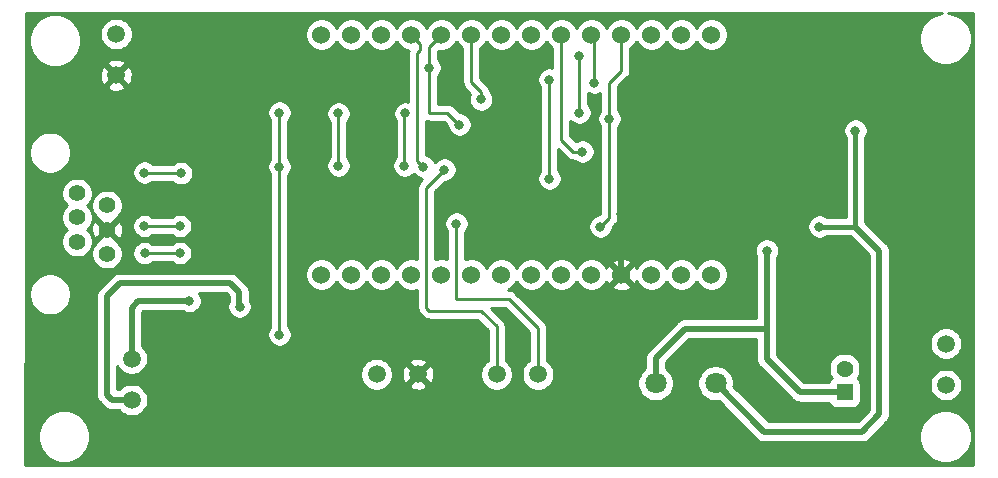
<source format=gbl>
G04 #@! TF.GenerationSoftware,KiCad,Pcbnew,5.1.5+dfsg1-2build2*
G04 #@! TF.CreationDate,2022-04-22T12:54:42+02:00*
G04 #@! TF.ProjectId,Shield,53686965-6c64-42e6-9b69-6361645f7063,1.0*
G04 #@! TF.SameCoordinates,Original*
G04 #@! TF.FileFunction,Copper,L2,Bot*
G04 #@! TF.FilePolarity,Positive*
%FSLAX46Y46*%
G04 Gerber Fmt 4.6, Leading zero omitted, Abs format (unit mm)*
G04 Created by KiCad (PCBNEW 5.1.5+dfsg1-2build2) date 2022-04-22 12:54:42*
%MOMM*%
%LPD*%
G04 APERTURE LIST*
%ADD10C,1.500000*%
%ADD11C,1.524000*%
%ADD12C,1.400000*%
%ADD13C,1.800000*%
%ADD14C,1.425000*%
%ADD15R,1.425000X1.425000*%
%ADD16C,0.800000*%
%ADD17C,0.400000*%
%ADD18C,0.500000*%
%ADD19C,0.250000*%
%ADD20C,0.254000*%
G04 APERTURE END LIST*
D10*
X72847200Y-99512000D03*
X72847200Y-96012000D03*
X141782800Y-98242000D03*
X141782800Y-94742000D03*
D11*
X88900000Y-88900000D03*
X91440000Y-88900000D03*
X93980000Y-88900000D03*
X96520000Y-88900000D03*
X99060000Y-88900000D03*
X101600000Y-88900000D03*
X104140000Y-88900000D03*
X106680000Y-88900000D03*
X109220000Y-88900000D03*
X111760000Y-88900000D03*
X114300000Y-88900000D03*
X116840000Y-88900000D03*
X119380000Y-88900000D03*
X121920000Y-88900000D03*
X88900000Y-68580000D03*
X91440000Y-68580000D03*
X93980000Y-68580000D03*
X96520000Y-68580000D03*
X99060000Y-68580000D03*
X101600000Y-68580000D03*
X104140000Y-68580000D03*
X106680000Y-68580000D03*
X109220000Y-68580000D03*
X111760000Y-68580000D03*
X114300000Y-68580000D03*
X116840000Y-68580000D03*
X119380000Y-68580000D03*
X121920000Y-68580000D03*
D12*
X68224400Y-82022000D03*
X70764400Y-83042000D03*
X68224400Y-84062000D03*
X70764400Y-85082000D03*
X68224400Y-86102000D03*
X70764400Y-87122000D03*
D13*
X122275600Y-98094800D03*
X117195600Y-98094800D03*
D10*
X71526400Y-72029200D03*
X71526400Y-68529200D03*
X107233600Y-97332800D03*
X103733600Y-97332800D03*
X97073600Y-97332800D03*
X93573600Y-97332800D03*
D14*
X133197600Y-96856800D03*
D15*
X133197600Y-98856800D03*
D16*
X126608001Y-86868000D03*
X102420000Y-74066400D03*
X100584000Y-76200000D03*
X98044000Y-71374000D03*
X97536000Y-79756000D03*
X113284000Y-75692000D03*
X112522000Y-84836000D03*
X134112000Y-76708000D03*
X131064000Y-84836000D03*
X81971600Y-91612000D03*
X85344000Y-93980000D03*
X85344000Y-75184000D03*
X85344000Y-79756000D03*
X73914000Y-80264000D03*
X77012800Y-80314800D03*
X90348000Y-75260000D03*
X90348000Y-79680000D03*
X99314000Y-80010000D03*
X76911200Y-84785200D03*
X73914000Y-84785200D03*
X96012000Y-75260000D03*
X95936000Y-79680000D03*
X100330000Y-84582000D03*
X76911200Y-87071200D03*
X73931132Y-87082163D03*
X110998000Y-78486000D03*
X108204000Y-72390000D03*
X108204000Y-80772000D03*
X110744000Y-70358000D03*
X110744000Y-75184000D03*
X112014000Y-72644000D03*
X77724000Y-91135200D03*
X114230000Y-83750000D03*
D17*
X126608001Y-86868000D02*
X126608001Y-86868000D01*
D18*
X126608001Y-86868000D02*
X126608001Y-90053999D01*
X126608001Y-90053999D02*
X126608001Y-93479701D01*
X117195600Y-98094800D02*
X117195600Y-95961200D01*
X119677099Y-93479701D02*
X126608001Y-93479701D01*
X117195600Y-95961200D02*
X119677099Y-93479701D01*
X126608001Y-93479701D02*
X126608001Y-96077201D01*
X129387600Y-98856800D02*
X133197600Y-98856800D01*
X126608001Y-96077201D02*
X129387600Y-98856800D01*
D19*
X102420000Y-73406315D02*
X101600000Y-72586315D01*
X101600000Y-72586315D02*
X101600000Y-68580000D01*
X102420000Y-74066400D02*
X102420000Y-73406315D01*
X98044000Y-69596000D02*
X98044000Y-71374000D01*
X99568000Y-75184000D02*
X100584000Y-76200000D01*
X98044000Y-75184000D02*
X99568000Y-75184000D01*
X98044000Y-71374000D02*
X98044000Y-75184000D01*
X98044000Y-69596000D02*
X99060000Y-68580000D01*
X114300000Y-68580000D02*
X114300000Y-69657630D01*
X114300000Y-69657630D02*
X114300000Y-71628000D01*
X114300000Y-71628000D02*
X113284000Y-72644000D01*
X113284000Y-72644000D02*
X113284000Y-75692000D01*
X113284000Y-75692000D02*
X113284000Y-75692000D01*
X113284000Y-75692000D02*
X113284000Y-84074000D01*
X113284000Y-84074000D02*
X112522000Y-84836000D01*
X112522000Y-84836000D02*
X112522000Y-84836000D01*
X97028000Y-79248000D02*
X97028000Y-70104000D01*
X97536000Y-79756000D02*
X97028000Y-79248000D01*
X97281999Y-69341999D02*
X96520000Y-68580000D01*
X97281999Y-69850001D02*
X97281999Y-69341999D01*
X97028000Y-70104000D02*
X97281999Y-69850001D01*
D17*
X134112000Y-76708000D02*
X134112000Y-84836000D01*
X131064000Y-84836000D02*
X134112000Y-84836000D01*
D18*
X126390400Y-102209600D02*
X122275600Y-98094800D01*
X134670800Y-102209600D02*
X126390400Y-102209600D01*
X136144000Y-100736400D02*
X134670800Y-102209600D01*
X136144000Y-86868000D02*
X136144000Y-100736400D01*
X134112000Y-84836000D02*
X136144000Y-86868000D01*
X72847200Y-99512000D02*
X71165600Y-99512000D01*
X71165600Y-99512000D02*
X70713600Y-99060000D01*
X70713600Y-99060000D02*
X70713600Y-92837638D01*
X70713600Y-92837638D02*
X70713600Y-90728800D01*
X70713600Y-90728800D02*
X71831200Y-89611200D01*
X71831200Y-89611200D02*
X81178400Y-89611200D01*
X81178400Y-89611200D02*
X81940400Y-90373200D01*
X81940400Y-90373200D02*
X81940400Y-91592400D01*
D19*
X85344000Y-93980000D02*
X85344000Y-78232000D01*
X85344000Y-78232000D02*
X85344000Y-75184000D01*
D17*
X85344000Y-75184000D02*
X85344000Y-75184000D01*
X85344000Y-79756000D02*
X85344000Y-79756000D01*
D19*
X77012800Y-80314800D02*
X73914000Y-80314800D01*
X90348000Y-75260000D02*
X90348000Y-79680000D01*
X99314000Y-80010000D02*
X99314000Y-80010000D01*
X103733600Y-93268800D02*
X103733600Y-97332800D01*
X102412800Y-91948000D02*
X103733600Y-93268800D01*
X98044000Y-91948000D02*
X102412800Y-91948000D01*
X97790000Y-91694000D02*
X98044000Y-91948000D01*
X97790000Y-81534000D02*
X97790000Y-91694000D01*
X99314000Y-80010000D02*
X97790000Y-81534000D01*
X73914000Y-84785200D02*
X76911200Y-84785200D01*
D17*
X95936000Y-75336000D02*
X96012000Y-75260000D01*
D19*
X95936000Y-79680000D02*
X95936000Y-75336000D01*
X100330000Y-84582000D02*
X100330000Y-84582000D01*
X76911200Y-87071200D02*
X73971685Y-87071200D01*
X107233600Y-93466800D02*
X107233600Y-97332800D01*
X104749600Y-90932000D02*
X107233600Y-93416000D01*
X100330000Y-90932000D02*
X104749600Y-90932000D01*
X100330000Y-84582000D02*
X100330000Y-90932000D01*
X109220000Y-68580000D02*
X109220000Y-69657630D01*
X109220000Y-69657630D02*
X109220000Y-77470000D01*
X109220000Y-77470000D02*
X110236000Y-78486000D01*
X110236000Y-78486000D02*
X110998000Y-78486000D01*
X110998000Y-78486000D02*
X110998000Y-78486000D01*
X108204000Y-72390000D02*
X108204000Y-80772000D01*
X108204000Y-80772000D02*
X108204000Y-80772000D01*
X110744000Y-73660000D02*
X110744000Y-70358000D01*
X110744000Y-75184000D02*
X110744000Y-73660000D01*
X112014000Y-68834000D02*
X111760000Y-68580000D01*
X112014000Y-72644000D02*
X112014000Y-68834000D01*
D18*
X72847200Y-96012000D02*
X72847200Y-91694000D01*
X72847200Y-91694000D02*
X73406000Y-91135200D01*
X73406000Y-91135200D02*
X77622400Y-91135200D01*
X114230000Y-88830000D02*
X114300000Y-88900000D01*
X114230000Y-83750000D02*
X114230000Y-88830000D01*
D20*
G36*
X141084955Y-66802580D02*
G01*
X140681257Y-66969798D01*
X140317937Y-67212560D01*
X140008960Y-67521537D01*
X139766198Y-67884857D01*
X139598980Y-68288555D01*
X139513733Y-68717120D01*
X139513733Y-69154080D01*
X139598980Y-69582645D01*
X139766198Y-69986343D01*
X140008960Y-70349663D01*
X140317937Y-70658640D01*
X140681257Y-70901402D01*
X141084955Y-71068620D01*
X141513520Y-71153867D01*
X141950480Y-71153867D01*
X142379045Y-71068620D01*
X142782743Y-70901402D01*
X143146063Y-70658640D01*
X143455040Y-70349663D01*
X143697802Y-69986343D01*
X143865020Y-69582645D01*
X143950267Y-69154080D01*
X143950267Y-68717120D01*
X143865020Y-68288555D01*
X143697802Y-67884857D01*
X143455040Y-67521537D01*
X143146063Y-67212560D01*
X142782743Y-66969798D01*
X142379045Y-66802580D01*
X141989025Y-66725000D01*
X144094123Y-66725000D01*
X144045077Y-105029800D01*
X63830277Y-105029800D01*
X63833647Y-102397520D01*
X64888533Y-102397520D01*
X64888533Y-102834480D01*
X64973780Y-103263045D01*
X65140998Y-103666743D01*
X65383760Y-104030063D01*
X65692737Y-104339040D01*
X66056057Y-104581802D01*
X66459755Y-104749020D01*
X66888320Y-104834267D01*
X67325280Y-104834267D01*
X67753845Y-104749020D01*
X68157543Y-104581802D01*
X68520863Y-104339040D01*
X68829840Y-104030063D01*
X69072602Y-103666743D01*
X69239820Y-103263045D01*
X69325067Y-102834480D01*
X69325067Y-102397520D01*
X69239820Y-101968955D01*
X69072602Y-101565257D01*
X68829840Y-101201937D01*
X68520863Y-100892960D01*
X68157543Y-100650198D01*
X67753845Y-100482980D01*
X67325280Y-100397733D01*
X66888320Y-100397733D01*
X66459755Y-100482980D01*
X66056057Y-100650198D01*
X65692737Y-100892960D01*
X65383760Y-101201937D01*
X65140998Y-101565257D01*
X64973780Y-101968955D01*
X64888533Y-102397520D01*
X63833647Y-102397520D01*
X63849014Y-90396193D01*
X64139400Y-90396193D01*
X64139400Y-90747807D01*
X64207996Y-91092665D01*
X64342553Y-91417515D01*
X64537900Y-91709871D01*
X64786529Y-91958500D01*
X65078885Y-92153847D01*
X65403735Y-92288404D01*
X65748593Y-92357000D01*
X66100207Y-92357000D01*
X66445065Y-92288404D01*
X66769915Y-92153847D01*
X67062271Y-91958500D01*
X67310900Y-91709871D01*
X67506247Y-91417515D01*
X67640804Y-91092665D01*
X67709400Y-90747807D01*
X67709400Y-90728800D01*
X69824319Y-90728800D01*
X69828601Y-90772279D01*
X69828600Y-92881114D01*
X69828601Y-92881124D01*
X69828600Y-99016531D01*
X69824319Y-99060000D01*
X69828600Y-99103469D01*
X69828600Y-99103476D01*
X69841405Y-99233489D01*
X69892011Y-99400312D01*
X69974189Y-99554058D01*
X70084783Y-99688817D01*
X70118556Y-99716534D01*
X70509066Y-100107044D01*
X70536783Y-100140817D01*
X70671541Y-100251411D01*
X70748414Y-100292500D01*
X70825286Y-100333589D01*
X70992110Y-100384195D01*
X71122123Y-100397000D01*
X71122131Y-100397000D01*
X71165600Y-100401281D01*
X71209069Y-100397000D01*
X71773515Y-100397000D01*
X71964314Y-100587799D01*
X72191157Y-100739371D01*
X72443211Y-100843775D01*
X72710789Y-100897000D01*
X72983611Y-100897000D01*
X73251189Y-100843775D01*
X73503243Y-100739371D01*
X73730086Y-100587799D01*
X73922999Y-100394886D01*
X74074571Y-100168043D01*
X74178975Y-99915989D01*
X74232200Y-99648411D01*
X74232200Y-99375589D01*
X74178975Y-99108011D01*
X74074571Y-98855957D01*
X73922999Y-98629114D01*
X73730086Y-98436201D01*
X73503243Y-98284629D01*
X73251189Y-98180225D01*
X72983611Y-98127000D01*
X72710789Y-98127000D01*
X72443211Y-98180225D01*
X72191157Y-98284629D01*
X71964314Y-98436201D01*
X71773515Y-98627000D01*
X71598600Y-98627000D01*
X71598600Y-96616792D01*
X71619829Y-96668043D01*
X71771401Y-96894886D01*
X71964314Y-97087799D01*
X72191157Y-97239371D01*
X72443211Y-97343775D01*
X72710789Y-97397000D01*
X72983611Y-97397000D01*
X73251189Y-97343775D01*
X73503243Y-97239371D01*
X73567569Y-97196389D01*
X92188600Y-97196389D01*
X92188600Y-97469211D01*
X92241825Y-97736789D01*
X92346229Y-97988843D01*
X92497801Y-98215686D01*
X92690714Y-98408599D01*
X92917557Y-98560171D01*
X93169611Y-98664575D01*
X93437189Y-98717800D01*
X93710011Y-98717800D01*
X93977589Y-98664575D01*
X94229643Y-98560171D01*
X94456486Y-98408599D01*
X94575292Y-98289793D01*
X96296212Y-98289793D01*
X96361737Y-98528660D01*
X96608716Y-98644560D01*
X96873560Y-98710050D01*
X97146092Y-98722612D01*
X97415838Y-98681765D01*
X97672432Y-98589077D01*
X97785463Y-98528660D01*
X97850988Y-98289793D01*
X97073600Y-97512405D01*
X96296212Y-98289793D01*
X94575292Y-98289793D01*
X94649399Y-98215686D01*
X94800971Y-97988843D01*
X94905375Y-97736789D01*
X94958600Y-97469211D01*
X94958600Y-97405292D01*
X95683788Y-97405292D01*
X95724635Y-97675038D01*
X95817323Y-97931632D01*
X95877740Y-98044663D01*
X96116607Y-98110188D01*
X96893995Y-97332800D01*
X97253205Y-97332800D01*
X98030593Y-98110188D01*
X98269460Y-98044663D01*
X98385360Y-97797684D01*
X98450850Y-97532840D01*
X98463412Y-97260308D01*
X98422565Y-96990562D01*
X98329877Y-96733968D01*
X98269460Y-96620937D01*
X98030593Y-96555412D01*
X97253205Y-97332800D01*
X96893995Y-97332800D01*
X96116607Y-96555412D01*
X95877740Y-96620937D01*
X95761840Y-96867916D01*
X95696350Y-97132760D01*
X95683788Y-97405292D01*
X94958600Y-97405292D01*
X94958600Y-97196389D01*
X94905375Y-96928811D01*
X94800971Y-96676757D01*
X94649399Y-96449914D01*
X94575292Y-96375807D01*
X96296212Y-96375807D01*
X97073600Y-97153195D01*
X97850988Y-96375807D01*
X97785463Y-96136940D01*
X97538484Y-96021040D01*
X97273640Y-95955550D01*
X97001108Y-95942988D01*
X96731362Y-95983835D01*
X96474768Y-96076523D01*
X96361737Y-96136940D01*
X96296212Y-96375807D01*
X94575292Y-96375807D01*
X94456486Y-96257001D01*
X94229643Y-96105429D01*
X93977589Y-96001025D01*
X93710011Y-95947800D01*
X93437189Y-95947800D01*
X93169611Y-96001025D01*
X92917557Y-96105429D01*
X92690714Y-96257001D01*
X92497801Y-96449914D01*
X92346229Y-96676757D01*
X92241825Y-96928811D01*
X92188600Y-97196389D01*
X73567569Y-97196389D01*
X73730086Y-97087799D01*
X73922999Y-96894886D01*
X74074571Y-96668043D01*
X74178975Y-96415989D01*
X74232200Y-96148411D01*
X74232200Y-95875589D01*
X74178975Y-95608011D01*
X74074571Y-95355957D01*
X73922999Y-95129114D01*
X73732200Y-94938315D01*
X73732200Y-92060578D01*
X73772578Y-92020200D01*
X77185546Y-92020200D01*
X77233744Y-92052405D01*
X77422102Y-92130426D01*
X77622061Y-92170200D01*
X77825939Y-92170200D01*
X78025898Y-92130426D01*
X78214256Y-92052405D01*
X78383774Y-91939137D01*
X78527937Y-91794974D01*
X78641205Y-91625456D01*
X78719226Y-91437098D01*
X78759000Y-91237139D01*
X78759000Y-91033261D01*
X78719226Y-90833302D01*
X78641205Y-90644944D01*
X78541818Y-90496200D01*
X80811822Y-90496200D01*
X81055400Y-90739779D01*
X81055401Y-91120239D01*
X81054395Y-91121744D01*
X80976374Y-91310102D01*
X80936600Y-91510061D01*
X80936600Y-91713939D01*
X80976374Y-91913898D01*
X81054395Y-92102256D01*
X81167663Y-92271774D01*
X81311826Y-92415937D01*
X81481344Y-92529205D01*
X81669702Y-92607226D01*
X81869661Y-92647000D01*
X82073539Y-92647000D01*
X82273498Y-92607226D01*
X82461856Y-92529205D01*
X82631374Y-92415937D01*
X82775537Y-92271774D01*
X82888805Y-92102256D01*
X82966826Y-91913898D01*
X83006600Y-91713939D01*
X83006600Y-91510061D01*
X82966826Y-91310102D01*
X82888805Y-91121744D01*
X82825400Y-91026851D01*
X82825400Y-90416669D01*
X82829681Y-90373200D01*
X82825400Y-90329731D01*
X82825400Y-90329723D01*
X82812595Y-90199710D01*
X82761989Y-90032887D01*
X82679811Y-89879141D01*
X82647293Y-89839518D01*
X82596932Y-89778153D01*
X82596930Y-89778151D01*
X82569217Y-89744383D01*
X82535450Y-89716671D01*
X81834934Y-89016156D01*
X81807217Y-88982383D01*
X81672459Y-88871789D01*
X81518713Y-88789611D01*
X81351890Y-88739005D01*
X81221877Y-88726200D01*
X81221869Y-88726200D01*
X81178400Y-88721919D01*
X81134931Y-88726200D01*
X71874666Y-88726200D01*
X71831199Y-88721919D01*
X71787733Y-88726200D01*
X71787723Y-88726200D01*
X71657710Y-88739005D01*
X71490887Y-88789611D01*
X71337141Y-88871789D01*
X71337139Y-88871790D01*
X71337140Y-88871790D01*
X71236153Y-88954668D01*
X71236151Y-88954670D01*
X71202383Y-88982383D01*
X71174670Y-89016151D01*
X70118551Y-90072271D01*
X70084784Y-90099983D01*
X70057071Y-90133751D01*
X70057068Y-90133754D01*
X69974190Y-90234741D01*
X69892012Y-90388487D01*
X69841405Y-90555310D01*
X69824319Y-90728800D01*
X67709400Y-90728800D01*
X67709400Y-90396193D01*
X67640804Y-90051335D01*
X67506247Y-89726485D01*
X67310900Y-89434129D01*
X67062271Y-89185500D01*
X66769915Y-88990153D01*
X66445065Y-88855596D01*
X66100207Y-88787000D01*
X65748593Y-88787000D01*
X65403735Y-88855596D01*
X65078885Y-88990153D01*
X64786529Y-89185500D01*
X64537900Y-89434129D01*
X64342553Y-89726485D01*
X64207996Y-90051335D01*
X64139400Y-90396193D01*
X63849014Y-90396193D01*
X63859904Y-81890514D01*
X66889400Y-81890514D01*
X66889400Y-82153486D01*
X66940704Y-82411405D01*
X67041339Y-82654359D01*
X67187438Y-82873013D01*
X67356425Y-83042000D01*
X67187438Y-83210987D01*
X67041339Y-83429641D01*
X66940704Y-83672595D01*
X66889400Y-83930514D01*
X66889400Y-84193486D01*
X66940704Y-84451405D01*
X67041339Y-84694359D01*
X67187438Y-84913013D01*
X67356425Y-85082000D01*
X67187438Y-85250987D01*
X67041339Y-85469641D01*
X66940704Y-85712595D01*
X66889400Y-85970514D01*
X66889400Y-86233486D01*
X66940704Y-86491405D01*
X67041339Y-86734359D01*
X67187438Y-86953013D01*
X67373387Y-87138962D01*
X67592041Y-87285061D01*
X67834995Y-87385696D01*
X68092914Y-87437000D01*
X68355886Y-87437000D01*
X68613805Y-87385696D01*
X68856759Y-87285061D01*
X69075413Y-87138962D01*
X69223861Y-86990514D01*
X69429400Y-86990514D01*
X69429400Y-87253486D01*
X69480704Y-87511405D01*
X69581339Y-87754359D01*
X69727438Y-87973013D01*
X69913387Y-88158962D01*
X70132041Y-88305061D01*
X70374995Y-88405696D01*
X70632914Y-88457000D01*
X70895886Y-88457000D01*
X71153805Y-88405696D01*
X71396759Y-88305061D01*
X71615413Y-88158962D01*
X71801362Y-87973013D01*
X71947461Y-87754359D01*
X72048096Y-87511405D01*
X72099400Y-87253486D01*
X72099400Y-86990514D01*
X72097354Y-86980224D01*
X72896132Y-86980224D01*
X72896132Y-87184102D01*
X72935906Y-87384061D01*
X73013927Y-87572419D01*
X73127195Y-87741937D01*
X73271358Y-87886100D01*
X73440876Y-87999368D01*
X73629234Y-88077389D01*
X73829193Y-88117163D01*
X74033071Y-88117163D01*
X74233030Y-88077389D01*
X74421388Y-87999368D01*
X74590906Y-87886100D01*
X74645806Y-87831200D01*
X76207489Y-87831200D01*
X76251426Y-87875137D01*
X76420944Y-87988405D01*
X76609302Y-88066426D01*
X76809261Y-88106200D01*
X77013139Y-88106200D01*
X77213098Y-88066426D01*
X77401456Y-87988405D01*
X77570974Y-87875137D01*
X77715137Y-87730974D01*
X77828405Y-87561456D01*
X77906426Y-87373098D01*
X77946200Y-87173139D01*
X77946200Y-86969261D01*
X77906426Y-86769302D01*
X77828405Y-86580944D01*
X77715137Y-86411426D01*
X77570974Y-86267263D01*
X77401456Y-86153995D01*
X77213098Y-86075974D01*
X77013139Y-86036200D01*
X76809261Y-86036200D01*
X76609302Y-86075974D01*
X76420944Y-86153995D01*
X76251426Y-86267263D01*
X76207489Y-86311200D01*
X74623880Y-86311200D01*
X74590906Y-86278226D01*
X74421388Y-86164958D01*
X74233030Y-86086937D01*
X74033071Y-86047163D01*
X73829193Y-86047163D01*
X73629234Y-86086937D01*
X73440876Y-86164958D01*
X73271358Y-86278226D01*
X73127195Y-86422389D01*
X73013927Y-86591907D01*
X72935906Y-86780265D01*
X72896132Y-86980224D01*
X72097354Y-86980224D01*
X72048096Y-86732595D01*
X71947461Y-86489641D01*
X71801362Y-86270987D01*
X71615413Y-86085038D01*
X71504171Y-86010709D01*
X71506064Y-86003269D01*
X70764400Y-85261605D01*
X70022736Y-86003269D01*
X70024629Y-86010709D01*
X69913387Y-86085038D01*
X69727438Y-86270987D01*
X69581339Y-86489641D01*
X69480704Y-86732595D01*
X69429400Y-86990514D01*
X69223861Y-86990514D01*
X69261362Y-86953013D01*
X69407461Y-86734359D01*
X69508096Y-86491405D01*
X69559400Y-86233486D01*
X69559400Y-85970514D01*
X69508096Y-85712595D01*
X69407461Y-85469641D01*
X69261362Y-85250987D01*
X69166848Y-85156473D01*
X69425010Y-85156473D01*
X69465275Y-85416344D01*
X69555465Y-85663366D01*
X69609363Y-85764203D01*
X69843131Y-85823664D01*
X70584795Y-85082000D01*
X70944005Y-85082000D01*
X71685669Y-85823664D01*
X71919437Y-85764203D01*
X72030334Y-85525758D01*
X72092583Y-85270260D01*
X72103790Y-85007527D01*
X72063525Y-84747656D01*
X72040014Y-84683261D01*
X72879000Y-84683261D01*
X72879000Y-84887139D01*
X72918774Y-85087098D01*
X72996795Y-85275456D01*
X73110063Y-85444974D01*
X73254226Y-85589137D01*
X73423744Y-85702405D01*
X73612102Y-85780426D01*
X73812061Y-85820200D01*
X74015939Y-85820200D01*
X74215898Y-85780426D01*
X74404256Y-85702405D01*
X74573774Y-85589137D01*
X74617711Y-85545200D01*
X76207489Y-85545200D01*
X76251426Y-85589137D01*
X76420944Y-85702405D01*
X76609302Y-85780426D01*
X76809261Y-85820200D01*
X77013139Y-85820200D01*
X77213098Y-85780426D01*
X77401456Y-85702405D01*
X77570974Y-85589137D01*
X77715137Y-85444974D01*
X77828405Y-85275456D01*
X77906426Y-85087098D01*
X77946200Y-84887139D01*
X77946200Y-84683261D01*
X77906426Y-84483302D01*
X77828405Y-84294944D01*
X77715137Y-84125426D01*
X77570974Y-83981263D01*
X77401456Y-83867995D01*
X77213098Y-83789974D01*
X77013139Y-83750200D01*
X76809261Y-83750200D01*
X76609302Y-83789974D01*
X76420944Y-83867995D01*
X76251426Y-83981263D01*
X76207489Y-84025200D01*
X74617711Y-84025200D01*
X74573774Y-83981263D01*
X74404256Y-83867995D01*
X74215898Y-83789974D01*
X74015939Y-83750200D01*
X73812061Y-83750200D01*
X73612102Y-83789974D01*
X73423744Y-83867995D01*
X73254226Y-83981263D01*
X73110063Y-84125426D01*
X72996795Y-84294944D01*
X72918774Y-84483302D01*
X72879000Y-84683261D01*
X72040014Y-84683261D01*
X71973335Y-84500634D01*
X71919437Y-84399797D01*
X71685669Y-84340336D01*
X70944005Y-85082000D01*
X70584795Y-85082000D01*
X69843131Y-84340336D01*
X69609363Y-84399797D01*
X69498466Y-84638242D01*
X69436217Y-84893740D01*
X69425010Y-85156473D01*
X69166848Y-85156473D01*
X69092375Y-85082000D01*
X69261362Y-84913013D01*
X69407461Y-84694359D01*
X69508096Y-84451405D01*
X69559400Y-84193486D01*
X69559400Y-83930514D01*
X69508096Y-83672595D01*
X69407461Y-83429641D01*
X69261362Y-83210987D01*
X69092375Y-83042000D01*
X69223861Y-82910514D01*
X69429400Y-82910514D01*
X69429400Y-83173486D01*
X69480704Y-83431405D01*
X69581339Y-83674359D01*
X69727438Y-83893013D01*
X69913387Y-84078962D01*
X70024629Y-84153291D01*
X70022736Y-84160731D01*
X70764400Y-84902395D01*
X71506064Y-84160731D01*
X71504171Y-84153291D01*
X71615413Y-84078962D01*
X71801362Y-83893013D01*
X71947461Y-83674359D01*
X72048096Y-83431405D01*
X72099400Y-83173486D01*
X72099400Y-82910514D01*
X72048096Y-82652595D01*
X71947461Y-82409641D01*
X71801362Y-82190987D01*
X71615413Y-82005038D01*
X71396759Y-81858939D01*
X71153805Y-81758304D01*
X70895886Y-81707000D01*
X70632914Y-81707000D01*
X70374995Y-81758304D01*
X70132041Y-81858939D01*
X69913387Y-82005038D01*
X69727438Y-82190987D01*
X69581339Y-82409641D01*
X69480704Y-82652595D01*
X69429400Y-82910514D01*
X69223861Y-82910514D01*
X69261362Y-82873013D01*
X69407461Y-82654359D01*
X69508096Y-82411405D01*
X69559400Y-82153486D01*
X69559400Y-81890514D01*
X69508096Y-81632595D01*
X69407461Y-81389641D01*
X69261362Y-81170987D01*
X69075413Y-80985038D01*
X68856759Y-80838939D01*
X68613805Y-80738304D01*
X68355886Y-80687000D01*
X68092914Y-80687000D01*
X67834995Y-80738304D01*
X67592041Y-80838939D01*
X67373387Y-80985038D01*
X67187438Y-81170987D01*
X67041339Y-81389641D01*
X66940704Y-81632595D01*
X66889400Y-81890514D01*
X63859904Y-81890514D01*
X63864378Y-78396193D01*
X64139400Y-78396193D01*
X64139400Y-78747807D01*
X64207996Y-79092665D01*
X64342553Y-79417515D01*
X64537900Y-79709871D01*
X64786529Y-79958500D01*
X65078885Y-80153847D01*
X65403735Y-80288404D01*
X65748593Y-80357000D01*
X66100207Y-80357000D01*
X66445065Y-80288404D01*
X66750084Y-80162061D01*
X72879000Y-80162061D01*
X72879000Y-80365939D01*
X72918774Y-80565898D01*
X72996795Y-80754256D01*
X73110063Y-80923774D01*
X73254226Y-81067937D01*
X73423744Y-81181205D01*
X73612102Y-81259226D01*
X73812061Y-81299000D01*
X74015939Y-81299000D01*
X74215898Y-81259226D01*
X74404256Y-81181205D01*
X74563503Y-81074800D01*
X76309089Y-81074800D01*
X76353026Y-81118737D01*
X76522544Y-81232005D01*
X76710902Y-81310026D01*
X76910861Y-81349800D01*
X77114739Y-81349800D01*
X77314698Y-81310026D01*
X77503056Y-81232005D01*
X77672574Y-81118737D01*
X77816737Y-80974574D01*
X77930005Y-80805056D01*
X78008026Y-80616698D01*
X78047800Y-80416739D01*
X78047800Y-80212861D01*
X78008026Y-80012902D01*
X77930005Y-79824544D01*
X77816737Y-79655026D01*
X77672574Y-79510863D01*
X77503056Y-79397595D01*
X77314698Y-79319574D01*
X77114739Y-79279800D01*
X76910861Y-79279800D01*
X76710902Y-79319574D01*
X76522544Y-79397595D01*
X76353026Y-79510863D01*
X76309089Y-79554800D01*
X74668511Y-79554800D01*
X74573774Y-79460063D01*
X74404256Y-79346795D01*
X74215898Y-79268774D01*
X74015939Y-79229000D01*
X73812061Y-79229000D01*
X73612102Y-79268774D01*
X73423744Y-79346795D01*
X73254226Y-79460063D01*
X73110063Y-79604226D01*
X72996795Y-79773744D01*
X72918774Y-79962102D01*
X72879000Y-80162061D01*
X66750084Y-80162061D01*
X66769915Y-80153847D01*
X67062271Y-79958500D01*
X67310900Y-79709871D01*
X67506247Y-79417515D01*
X67640804Y-79092665D01*
X67709400Y-78747807D01*
X67709400Y-78396193D01*
X67640804Y-78051335D01*
X67506247Y-77726485D01*
X67310900Y-77434129D01*
X67062271Y-77185500D01*
X66769915Y-76990153D01*
X66445065Y-76855596D01*
X66100207Y-76787000D01*
X65748593Y-76787000D01*
X65403735Y-76855596D01*
X65078885Y-76990153D01*
X64786529Y-77185500D01*
X64537900Y-77434129D01*
X64342553Y-77726485D01*
X64207996Y-78051335D01*
X64139400Y-78396193D01*
X63864378Y-78396193D01*
X63868621Y-75082061D01*
X84309000Y-75082061D01*
X84309000Y-75285939D01*
X84348774Y-75485898D01*
X84426795Y-75674256D01*
X84540063Y-75843774D01*
X84584001Y-75887712D01*
X84584000Y-78269332D01*
X84584001Y-78269342D01*
X84584001Y-79052288D01*
X84540063Y-79096226D01*
X84426795Y-79265744D01*
X84348774Y-79454102D01*
X84309000Y-79654061D01*
X84309000Y-79857939D01*
X84348774Y-80057898D01*
X84426795Y-80246256D01*
X84540063Y-80415774D01*
X84584001Y-80459712D01*
X84584000Y-93276289D01*
X84540063Y-93320226D01*
X84426795Y-93489744D01*
X84348774Y-93678102D01*
X84309000Y-93878061D01*
X84309000Y-94081939D01*
X84348774Y-94281898D01*
X84426795Y-94470256D01*
X84540063Y-94639774D01*
X84684226Y-94783937D01*
X84853744Y-94897205D01*
X85042102Y-94975226D01*
X85242061Y-95015000D01*
X85445939Y-95015000D01*
X85645898Y-94975226D01*
X85834256Y-94897205D01*
X86003774Y-94783937D01*
X86147937Y-94639774D01*
X86261205Y-94470256D01*
X86339226Y-94281898D01*
X86379000Y-94081939D01*
X86379000Y-93878061D01*
X86339226Y-93678102D01*
X86261205Y-93489744D01*
X86147937Y-93320226D01*
X86104000Y-93276289D01*
X86104000Y-80459711D01*
X86147937Y-80415774D01*
X86261205Y-80246256D01*
X86339226Y-80057898D01*
X86379000Y-79857939D01*
X86379000Y-79654061D01*
X86339226Y-79454102D01*
X86261205Y-79265744D01*
X86147937Y-79096226D01*
X86104000Y-79052289D01*
X86104000Y-75887711D01*
X86147937Y-75843774D01*
X86261205Y-75674256D01*
X86339226Y-75485898D01*
X86379000Y-75285939D01*
X86379000Y-75158061D01*
X89313000Y-75158061D01*
X89313000Y-75361939D01*
X89352774Y-75561898D01*
X89430795Y-75750256D01*
X89544063Y-75919774D01*
X89588000Y-75963711D01*
X89588001Y-78976288D01*
X89544063Y-79020226D01*
X89430795Y-79189744D01*
X89352774Y-79378102D01*
X89313000Y-79578061D01*
X89313000Y-79781939D01*
X89352774Y-79981898D01*
X89430795Y-80170256D01*
X89544063Y-80339774D01*
X89688226Y-80483937D01*
X89857744Y-80597205D01*
X90046102Y-80675226D01*
X90246061Y-80715000D01*
X90449939Y-80715000D01*
X90649898Y-80675226D01*
X90838256Y-80597205D01*
X91007774Y-80483937D01*
X91151937Y-80339774D01*
X91265205Y-80170256D01*
X91343226Y-79981898D01*
X91383000Y-79781939D01*
X91383000Y-79578061D01*
X91343226Y-79378102D01*
X91265205Y-79189744D01*
X91151937Y-79020226D01*
X91108000Y-78976289D01*
X91108000Y-75963711D01*
X91151937Y-75919774D01*
X91265205Y-75750256D01*
X91343226Y-75561898D01*
X91383000Y-75361939D01*
X91383000Y-75158061D01*
X91343226Y-74958102D01*
X91265205Y-74769744D01*
X91151937Y-74600226D01*
X91007774Y-74456063D01*
X90838256Y-74342795D01*
X90649898Y-74264774D01*
X90449939Y-74225000D01*
X90246061Y-74225000D01*
X90046102Y-74264774D01*
X89857744Y-74342795D01*
X89688226Y-74456063D01*
X89544063Y-74600226D01*
X89430795Y-74769744D01*
X89352774Y-74958102D01*
X89313000Y-75158061D01*
X86379000Y-75158061D01*
X86379000Y-75082061D01*
X86339226Y-74882102D01*
X86261205Y-74693744D01*
X86147937Y-74524226D01*
X86003774Y-74380063D01*
X85834256Y-74266795D01*
X85645898Y-74188774D01*
X85445939Y-74149000D01*
X85242061Y-74149000D01*
X85042102Y-74188774D01*
X84853744Y-74266795D01*
X84684226Y-74380063D01*
X84540063Y-74524226D01*
X84426795Y-74693744D01*
X84348774Y-74882102D01*
X84309000Y-75082061D01*
X63868621Y-75082061D01*
X63871305Y-72986193D01*
X70749012Y-72986193D01*
X70814537Y-73225060D01*
X71061516Y-73340960D01*
X71326360Y-73406450D01*
X71598892Y-73419012D01*
X71868638Y-73378165D01*
X72125232Y-73285477D01*
X72238263Y-73225060D01*
X72303788Y-72986193D01*
X71526400Y-72208805D01*
X70749012Y-72986193D01*
X63871305Y-72986193D01*
X63872438Y-72101692D01*
X70136588Y-72101692D01*
X70177435Y-72371438D01*
X70270123Y-72628032D01*
X70330540Y-72741063D01*
X70569407Y-72806588D01*
X71346795Y-72029200D01*
X71706005Y-72029200D01*
X72483393Y-72806588D01*
X72722260Y-72741063D01*
X72838160Y-72494084D01*
X72903650Y-72229240D01*
X72916212Y-71956708D01*
X72875365Y-71686962D01*
X72782677Y-71430368D01*
X72722260Y-71317337D01*
X72483393Y-71251812D01*
X71706005Y-72029200D01*
X71346795Y-72029200D01*
X70569407Y-71251812D01*
X70330540Y-71317337D01*
X70214640Y-71564316D01*
X70149150Y-71829160D01*
X70136588Y-72101692D01*
X63872438Y-72101692D01*
X63876577Y-68869520D01*
X64126533Y-68869520D01*
X64126533Y-69306480D01*
X64211780Y-69735045D01*
X64378998Y-70138743D01*
X64621760Y-70502063D01*
X64930737Y-70811040D01*
X65294057Y-71053802D01*
X65697755Y-71221020D01*
X66126320Y-71306267D01*
X66563280Y-71306267D01*
X66991845Y-71221020D01*
X67351109Y-71072207D01*
X70749012Y-71072207D01*
X71526400Y-71849595D01*
X72303788Y-71072207D01*
X72238263Y-70833340D01*
X71991284Y-70717440D01*
X71726440Y-70651950D01*
X71453908Y-70639388D01*
X71184162Y-70680235D01*
X70927568Y-70772923D01*
X70814537Y-70833340D01*
X70749012Y-71072207D01*
X67351109Y-71072207D01*
X67395543Y-71053802D01*
X67758863Y-70811040D01*
X68067840Y-70502063D01*
X68310602Y-70138743D01*
X68477820Y-69735045D01*
X68563067Y-69306480D01*
X68563067Y-68869520D01*
X68477820Y-68440955D01*
X68457869Y-68392789D01*
X70141400Y-68392789D01*
X70141400Y-68665611D01*
X70194625Y-68933189D01*
X70299029Y-69185243D01*
X70450601Y-69412086D01*
X70643514Y-69604999D01*
X70870357Y-69756571D01*
X71122411Y-69860975D01*
X71389989Y-69914200D01*
X71662811Y-69914200D01*
X71930389Y-69860975D01*
X72182443Y-69756571D01*
X72409286Y-69604999D01*
X72602199Y-69412086D01*
X72753771Y-69185243D01*
X72858175Y-68933189D01*
X72911400Y-68665611D01*
X72911400Y-68442408D01*
X87503000Y-68442408D01*
X87503000Y-68717592D01*
X87556686Y-68987490D01*
X87661995Y-69241727D01*
X87814880Y-69470535D01*
X88009465Y-69665120D01*
X88238273Y-69818005D01*
X88492510Y-69923314D01*
X88762408Y-69977000D01*
X89037592Y-69977000D01*
X89307490Y-69923314D01*
X89561727Y-69818005D01*
X89790535Y-69665120D01*
X89985120Y-69470535D01*
X90138005Y-69241727D01*
X90170000Y-69164485D01*
X90201995Y-69241727D01*
X90354880Y-69470535D01*
X90549465Y-69665120D01*
X90778273Y-69818005D01*
X91032510Y-69923314D01*
X91302408Y-69977000D01*
X91577592Y-69977000D01*
X91847490Y-69923314D01*
X92101727Y-69818005D01*
X92330535Y-69665120D01*
X92525120Y-69470535D01*
X92678005Y-69241727D01*
X92710000Y-69164485D01*
X92741995Y-69241727D01*
X92894880Y-69470535D01*
X93089465Y-69665120D01*
X93318273Y-69818005D01*
X93572510Y-69923314D01*
X93842408Y-69977000D01*
X94117592Y-69977000D01*
X94387490Y-69923314D01*
X94641727Y-69818005D01*
X94870535Y-69665120D01*
X95065120Y-69470535D01*
X95218005Y-69241727D01*
X95250000Y-69164485D01*
X95281995Y-69241727D01*
X95434880Y-69470535D01*
X95629465Y-69665120D01*
X95858273Y-69818005D01*
X96112510Y-69923314D01*
X96278861Y-69956403D01*
X96269042Y-70056102D01*
X96264324Y-70104000D01*
X96268001Y-70141332D01*
X96268001Y-74255645D01*
X96113939Y-74225000D01*
X95910061Y-74225000D01*
X95710102Y-74264774D01*
X95521744Y-74342795D01*
X95352226Y-74456063D01*
X95208063Y-74600226D01*
X95094795Y-74769744D01*
X95016774Y-74958102D01*
X94977000Y-75158061D01*
X94977000Y-75361939D01*
X95016774Y-75561898D01*
X95094795Y-75750256D01*
X95176001Y-75871790D01*
X95176000Y-78976289D01*
X95132063Y-79020226D01*
X95018795Y-79189744D01*
X94940774Y-79378102D01*
X94901000Y-79578061D01*
X94901000Y-79781939D01*
X94940774Y-79981898D01*
X95018795Y-80170256D01*
X95132063Y-80339774D01*
X95276226Y-80483937D01*
X95445744Y-80597205D01*
X95634102Y-80675226D01*
X95834061Y-80715000D01*
X96037939Y-80715000D01*
X96237898Y-80675226D01*
X96426256Y-80597205D01*
X96595774Y-80483937D01*
X96704776Y-80374935D01*
X96732063Y-80415774D01*
X96876226Y-80559937D01*
X97045744Y-80673205D01*
X97234102Y-80751226D01*
X97434061Y-80791000D01*
X97458199Y-80791000D01*
X97279002Y-80970197D01*
X97249999Y-80993999D01*
X97208144Y-81045000D01*
X97155026Y-81109724D01*
X97108763Y-81196276D01*
X97084454Y-81241754D01*
X97040997Y-81385015D01*
X97030000Y-81496668D01*
X97030000Y-81496678D01*
X97026324Y-81534000D01*
X97030000Y-81571322D01*
X97030001Y-87599148D01*
X96927490Y-87556686D01*
X96657592Y-87503000D01*
X96382408Y-87503000D01*
X96112510Y-87556686D01*
X95858273Y-87661995D01*
X95629465Y-87814880D01*
X95434880Y-88009465D01*
X95281995Y-88238273D01*
X95250000Y-88315515D01*
X95218005Y-88238273D01*
X95065120Y-88009465D01*
X94870535Y-87814880D01*
X94641727Y-87661995D01*
X94387490Y-87556686D01*
X94117592Y-87503000D01*
X93842408Y-87503000D01*
X93572510Y-87556686D01*
X93318273Y-87661995D01*
X93089465Y-87814880D01*
X92894880Y-88009465D01*
X92741995Y-88238273D01*
X92710000Y-88315515D01*
X92678005Y-88238273D01*
X92525120Y-88009465D01*
X92330535Y-87814880D01*
X92101727Y-87661995D01*
X91847490Y-87556686D01*
X91577592Y-87503000D01*
X91302408Y-87503000D01*
X91032510Y-87556686D01*
X90778273Y-87661995D01*
X90549465Y-87814880D01*
X90354880Y-88009465D01*
X90201995Y-88238273D01*
X90170000Y-88315515D01*
X90138005Y-88238273D01*
X89985120Y-88009465D01*
X89790535Y-87814880D01*
X89561727Y-87661995D01*
X89307490Y-87556686D01*
X89037592Y-87503000D01*
X88762408Y-87503000D01*
X88492510Y-87556686D01*
X88238273Y-87661995D01*
X88009465Y-87814880D01*
X87814880Y-88009465D01*
X87661995Y-88238273D01*
X87556686Y-88492510D01*
X87503000Y-88762408D01*
X87503000Y-89037592D01*
X87556686Y-89307490D01*
X87661995Y-89561727D01*
X87814880Y-89790535D01*
X88009465Y-89985120D01*
X88238273Y-90138005D01*
X88492510Y-90243314D01*
X88762408Y-90297000D01*
X89037592Y-90297000D01*
X89307490Y-90243314D01*
X89561727Y-90138005D01*
X89790535Y-89985120D01*
X89985120Y-89790535D01*
X90138005Y-89561727D01*
X90170000Y-89484485D01*
X90201995Y-89561727D01*
X90354880Y-89790535D01*
X90549465Y-89985120D01*
X90778273Y-90138005D01*
X91032510Y-90243314D01*
X91302408Y-90297000D01*
X91577592Y-90297000D01*
X91847490Y-90243314D01*
X92101727Y-90138005D01*
X92330535Y-89985120D01*
X92525120Y-89790535D01*
X92678005Y-89561727D01*
X92710000Y-89484485D01*
X92741995Y-89561727D01*
X92894880Y-89790535D01*
X93089465Y-89985120D01*
X93318273Y-90138005D01*
X93572510Y-90243314D01*
X93842408Y-90297000D01*
X94117592Y-90297000D01*
X94387490Y-90243314D01*
X94641727Y-90138005D01*
X94870535Y-89985120D01*
X95065120Y-89790535D01*
X95218005Y-89561727D01*
X95250000Y-89484485D01*
X95281995Y-89561727D01*
X95434880Y-89790535D01*
X95629465Y-89985120D01*
X95858273Y-90138005D01*
X96112510Y-90243314D01*
X96382408Y-90297000D01*
X96657592Y-90297000D01*
X96927490Y-90243314D01*
X97030001Y-90200852D01*
X97030001Y-91656668D01*
X97026324Y-91694000D01*
X97040998Y-91842985D01*
X97084454Y-91986246D01*
X97155026Y-92118276D01*
X97212296Y-92188059D01*
X97250000Y-92234001D01*
X97278998Y-92257799D01*
X97480196Y-92458997D01*
X97503999Y-92488001D01*
X97619724Y-92582974D01*
X97751753Y-92653546D01*
X97895014Y-92697003D01*
X98006667Y-92708000D01*
X98006676Y-92708000D01*
X98043999Y-92711676D01*
X98081322Y-92708000D01*
X102097999Y-92708000D01*
X102973600Y-93583602D01*
X102973601Y-96174891D01*
X102850714Y-96257001D01*
X102657801Y-96449914D01*
X102506229Y-96676757D01*
X102401825Y-96928811D01*
X102348600Y-97196389D01*
X102348600Y-97469211D01*
X102401825Y-97736789D01*
X102506229Y-97988843D01*
X102657801Y-98215686D01*
X102850714Y-98408599D01*
X103077557Y-98560171D01*
X103329611Y-98664575D01*
X103597189Y-98717800D01*
X103870011Y-98717800D01*
X104137589Y-98664575D01*
X104389643Y-98560171D01*
X104616486Y-98408599D01*
X104809399Y-98215686D01*
X104960971Y-97988843D01*
X105065375Y-97736789D01*
X105118600Y-97469211D01*
X105118600Y-97196389D01*
X105065375Y-96928811D01*
X104960971Y-96676757D01*
X104809399Y-96449914D01*
X104616486Y-96257001D01*
X104493600Y-96174891D01*
X104493600Y-93306122D01*
X104497276Y-93268799D01*
X104493600Y-93231476D01*
X104493600Y-93231467D01*
X104482603Y-93119814D01*
X104439146Y-92976553D01*
X104368574Y-92844524D01*
X104273601Y-92728799D01*
X104244604Y-92705002D01*
X103231601Y-91692000D01*
X104434799Y-91692000D01*
X106473600Y-93730803D01*
X106473601Y-96174891D01*
X106350714Y-96257001D01*
X106157801Y-96449914D01*
X106006229Y-96676757D01*
X105901825Y-96928811D01*
X105848600Y-97196389D01*
X105848600Y-97469211D01*
X105901825Y-97736789D01*
X106006229Y-97988843D01*
X106157801Y-98215686D01*
X106350714Y-98408599D01*
X106577557Y-98560171D01*
X106829611Y-98664575D01*
X107097189Y-98717800D01*
X107370011Y-98717800D01*
X107637589Y-98664575D01*
X107889643Y-98560171D01*
X108116486Y-98408599D01*
X108309399Y-98215686D01*
X108460971Y-97988843D01*
X108479704Y-97943616D01*
X115660600Y-97943616D01*
X115660600Y-98245984D01*
X115719589Y-98542543D01*
X115835301Y-98821895D01*
X116003288Y-99073305D01*
X116217095Y-99287112D01*
X116468505Y-99455099D01*
X116747857Y-99570811D01*
X117044416Y-99629800D01*
X117346784Y-99629800D01*
X117643343Y-99570811D01*
X117922695Y-99455099D01*
X118174105Y-99287112D01*
X118387912Y-99073305D01*
X118555899Y-98821895D01*
X118671611Y-98542543D01*
X118730600Y-98245984D01*
X118730600Y-97943616D01*
X120740600Y-97943616D01*
X120740600Y-98245984D01*
X120799589Y-98542543D01*
X120915301Y-98821895D01*
X121083288Y-99073305D01*
X121297095Y-99287112D01*
X121548505Y-99455099D01*
X121827857Y-99570811D01*
X122124416Y-99629800D01*
X122426784Y-99629800D01*
X122537082Y-99607860D01*
X125733870Y-102804649D01*
X125761583Y-102838417D01*
X125795351Y-102866130D01*
X125795353Y-102866132D01*
X125866852Y-102924810D01*
X125896341Y-102949011D01*
X126050087Y-103031189D01*
X126166303Y-103066443D01*
X126216909Y-103081795D01*
X126231706Y-103083252D01*
X126346923Y-103094600D01*
X126346931Y-103094600D01*
X126390400Y-103098881D01*
X126433869Y-103094600D01*
X134627331Y-103094600D01*
X134670800Y-103098881D01*
X134714269Y-103094600D01*
X134714277Y-103094600D01*
X134844290Y-103081795D01*
X135011113Y-103031189D01*
X135164859Y-102949011D01*
X135299617Y-102838417D01*
X135327334Y-102804644D01*
X135734458Y-102397520D01*
X139513733Y-102397520D01*
X139513733Y-102834480D01*
X139598980Y-103263045D01*
X139766198Y-103666743D01*
X140008960Y-104030063D01*
X140317937Y-104339040D01*
X140681257Y-104581802D01*
X141084955Y-104749020D01*
X141513520Y-104834267D01*
X141950480Y-104834267D01*
X142379045Y-104749020D01*
X142782743Y-104581802D01*
X143146063Y-104339040D01*
X143455040Y-104030063D01*
X143697802Y-103666743D01*
X143865020Y-103263045D01*
X143950267Y-102834480D01*
X143950267Y-102397520D01*
X143865020Y-101968955D01*
X143697802Y-101565257D01*
X143455040Y-101201937D01*
X143146063Y-100892960D01*
X142782743Y-100650198D01*
X142379045Y-100482980D01*
X141950480Y-100397733D01*
X141513520Y-100397733D01*
X141084955Y-100482980D01*
X140681257Y-100650198D01*
X140317937Y-100892960D01*
X140008960Y-101201937D01*
X139766198Y-101565257D01*
X139598980Y-101968955D01*
X139513733Y-102397520D01*
X135734458Y-102397520D01*
X136739049Y-101392930D01*
X136772817Y-101365217D01*
X136883411Y-101230459D01*
X136965589Y-101076713D01*
X137016195Y-100909890D01*
X137029000Y-100779877D01*
X137029000Y-100779867D01*
X137033281Y-100736401D01*
X137029000Y-100692935D01*
X137029000Y-98105589D01*
X140397800Y-98105589D01*
X140397800Y-98378411D01*
X140451025Y-98645989D01*
X140555429Y-98898043D01*
X140707001Y-99124886D01*
X140899914Y-99317799D01*
X141126757Y-99469371D01*
X141378811Y-99573775D01*
X141646389Y-99627000D01*
X141919211Y-99627000D01*
X142186789Y-99573775D01*
X142438843Y-99469371D01*
X142665686Y-99317799D01*
X142858599Y-99124886D01*
X143010171Y-98898043D01*
X143114575Y-98645989D01*
X143167800Y-98378411D01*
X143167800Y-98105589D01*
X143114575Y-97838011D01*
X143010171Y-97585957D01*
X142858599Y-97359114D01*
X142665686Y-97166201D01*
X142438843Y-97014629D01*
X142186789Y-96910225D01*
X141919211Y-96857000D01*
X141646389Y-96857000D01*
X141378811Y-96910225D01*
X141126757Y-97014629D01*
X140899914Y-97166201D01*
X140707001Y-97359114D01*
X140555429Y-97585957D01*
X140451025Y-97838011D01*
X140397800Y-98105589D01*
X137029000Y-98105589D01*
X137029000Y-94605589D01*
X140397800Y-94605589D01*
X140397800Y-94878411D01*
X140451025Y-95145989D01*
X140555429Y-95398043D01*
X140707001Y-95624886D01*
X140899914Y-95817799D01*
X141126757Y-95969371D01*
X141378811Y-96073775D01*
X141646389Y-96127000D01*
X141919211Y-96127000D01*
X142186789Y-96073775D01*
X142438843Y-95969371D01*
X142665686Y-95817799D01*
X142858599Y-95624886D01*
X143010171Y-95398043D01*
X143114575Y-95145989D01*
X143167800Y-94878411D01*
X143167800Y-94605589D01*
X143114575Y-94338011D01*
X143010171Y-94085957D01*
X142858599Y-93859114D01*
X142665686Y-93666201D01*
X142438843Y-93514629D01*
X142186789Y-93410225D01*
X141919211Y-93357000D01*
X141646389Y-93357000D01*
X141378811Y-93410225D01*
X141126757Y-93514629D01*
X140899914Y-93666201D01*
X140707001Y-93859114D01*
X140555429Y-94085957D01*
X140451025Y-94338011D01*
X140397800Y-94605589D01*
X137029000Y-94605589D01*
X137029000Y-86911469D01*
X137033281Y-86868000D01*
X137029000Y-86824531D01*
X137029000Y-86824523D01*
X137016195Y-86694510D01*
X136965589Y-86527687D01*
X136883411Y-86373941D01*
X136859210Y-86344452D01*
X136800532Y-86272953D01*
X136800530Y-86272951D01*
X136772817Y-86239183D01*
X136739050Y-86211471D01*
X134947000Y-84419422D01*
X134947000Y-77321285D01*
X135029205Y-77198256D01*
X135107226Y-77009898D01*
X135147000Y-76809939D01*
X135147000Y-76606061D01*
X135107226Y-76406102D01*
X135029205Y-76217744D01*
X134915937Y-76048226D01*
X134771774Y-75904063D01*
X134602256Y-75790795D01*
X134413898Y-75712774D01*
X134213939Y-75673000D01*
X134010061Y-75673000D01*
X133810102Y-75712774D01*
X133621744Y-75790795D01*
X133452226Y-75904063D01*
X133308063Y-76048226D01*
X133194795Y-76217744D01*
X133116774Y-76406102D01*
X133077000Y-76606061D01*
X133077000Y-76809939D01*
X133116774Y-77009898D01*
X133194795Y-77198256D01*
X133277000Y-77321285D01*
X133277001Y-84001000D01*
X131677285Y-84001000D01*
X131554256Y-83918795D01*
X131365898Y-83840774D01*
X131165939Y-83801000D01*
X130962061Y-83801000D01*
X130762102Y-83840774D01*
X130573744Y-83918795D01*
X130404226Y-84032063D01*
X130260063Y-84176226D01*
X130146795Y-84345744D01*
X130068774Y-84534102D01*
X130029000Y-84734061D01*
X130029000Y-84937939D01*
X130068774Y-85137898D01*
X130146795Y-85326256D01*
X130260063Y-85495774D01*
X130404226Y-85639937D01*
X130573744Y-85753205D01*
X130762102Y-85831226D01*
X130962061Y-85871000D01*
X131165939Y-85871000D01*
X131365898Y-85831226D01*
X131554256Y-85753205D01*
X131677285Y-85671000D01*
X133695422Y-85671000D01*
X135259000Y-87234579D01*
X135259001Y-100369820D01*
X134304222Y-101324600D01*
X126756979Y-101324600D01*
X123788660Y-98356282D01*
X123810600Y-98245984D01*
X123810600Y-97943616D01*
X123751611Y-97647057D01*
X123635899Y-97367705D01*
X123467912Y-97116295D01*
X123254105Y-96902488D01*
X123002695Y-96734501D01*
X122723343Y-96618789D01*
X122426784Y-96559800D01*
X122124416Y-96559800D01*
X121827857Y-96618789D01*
X121548505Y-96734501D01*
X121297095Y-96902488D01*
X121083288Y-97116295D01*
X120915301Y-97367705D01*
X120799589Y-97647057D01*
X120740600Y-97943616D01*
X118730600Y-97943616D01*
X118671611Y-97647057D01*
X118555899Y-97367705D01*
X118387912Y-97116295D01*
X118174105Y-96902488D01*
X118080600Y-96840010D01*
X118080600Y-96327778D01*
X120043678Y-94364701D01*
X125723001Y-94364701D01*
X125723002Y-96033722D01*
X125718720Y-96077201D01*
X125735806Y-96250691D01*
X125786413Y-96417514D01*
X125868591Y-96571260D01*
X125951469Y-96672247D01*
X125951472Y-96672250D01*
X125979185Y-96706018D01*
X126012952Y-96733730D01*
X128731070Y-99451849D01*
X128758783Y-99485617D01*
X128792551Y-99513330D01*
X128792553Y-99513332D01*
X128893541Y-99596211D01*
X129047286Y-99678389D01*
X129214110Y-99728995D01*
X129344123Y-99741800D01*
X129344131Y-99741800D01*
X129387600Y-99746081D01*
X129431069Y-99741800D01*
X131873854Y-99741800D01*
X131895598Y-99813480D01*
X131954563Y-99923794D01*
X132033915Y-100020485D01*
X132130606Y-100099837D01*
X132240920Y-100158802D01*
X132360618Y-100195112D01*
X132485100Y-100207372D01*
X133910100Y-100207372D01*
X134034582Y-100195112D01*
X134154280Y-100158802D01*
X134264594Y-100099837D01*
X134361285Y-100020485D01*
X134440637Y-99923794D01*
X134499602Y-99813480D01*
X134535912Y-99693782D01*
X134548172Y-99569300D01*
X134548172Y-98144300D01*
X134535912Y-98019818D01*
X134499602Y-97900120D01*
X134440637Y-97789806D01*
X134361285Y-97693115D01*
X134295494Y-97639122D01*
X134391739Y-97495081D01*
X134493316Y-97249851D01*
X134545100Y-96989517D01*
X134545100Y-96724083D01*
X134493316Y-96463749D01*
X134391739Y-96218519D01*
X134244272Y-95997819D01*
X134056581Y-95810128D01*
X133835881Y-95662661D01*
X133590651Y-95561084D01*
X133330317Y-95509300D01*
X133064883Y-95509300D01*
X132804549Y-95561084D01*
X132559319Y-95662661D01*
X132338619Y-95810128D01*
X132150928Y-95997819D01*
X132003461Y-96218519D01*
X131901884Y-96463749D01*
X131850100Y-96724083D01*
X131850100Y-96989517D01*
X131901884Y-97249851D01*
X132003461Y-97495081D01*
X132099706Y-97639122D01*
X132033915Y-97693115D01*
X131954563Y-97789806D01*
X131895598Y-97900120D01*
X131873854Y-97971800D01*
X129754179Y-97971800D01*
X127493001Y-95710623D01*
X127493001Y-93523178D01*
X127497283Y-93479701D01*
X127493001Y-93436224D01*
X127493001Y-87406454D01*
X127525206Y-87358256D01*
X127603227Y-87169898D01*
X127643001Y-86969939D01*
X127643001Y-86766061D01*
X127603227Y-86566102D01*
X127525206Y-86377744D01*
X127411938Y-86208226D01*
X127267775Y-86064063D01*
X127098257Y-85950795D01*
X126909899Y-85872774D01*
X126709940Y-85833000D01*
X126506062Y-85833000D01*
X126306103Y-85872774D01*
X126117745Y-85950795D01*
X125948227Y-86064063D01*
X125804064Y-86208226D01*
X125690796Y-86377744D01*
X125612775Y-86566102D01*
X125573001Y-86766061D01*
X125573001Y-86969939D01*
X125612775Y-87169898D01*
X125690796Y-87358256D01*
X125723001Y-87406455D01*
X125723002Y-90010513D01*
X125723001Y-90010523D01*
X125723002Y-92594701D01*
X119720568Y-92594701D01*
X119677099Y-92590420D01*
X119633630Y-92594701D01*
X119633622Y-92594701D01*
X119506452Y-92607226D01*
X119503609Y-92607506D01*
X119336785Y-92658112D01*
X119183040Y-92740290D01*
X119082052Y-92823169D01*
X119082050Y-92823171D01*
X119048282Y-92850884D01*
X119020569Y-92884652D01*
X116600551Y-95304671D01*
X116566784Y-95332383D01*
X116539071Y-95366151D01*
X116539068Y-95366154D01*
X116456190Y-95467141D01*
X116374012Y-95620887D01*
X116323405Y-95787710D01*
X116306319Y-95961200D01*
X116310601Y-96004679D01*
X116310601Y-96840009D01*
X116217095Y-96902488D01*
X116003288Y-97116295D01*
X115835301Y-97367705D01*
X115719589Y-97647057D01*
X115660600Y-97943616D01*
X108479704Y-97943616D01*
X108565375Y-97736789D01*
X108618600Y-97469211D01*
X108618600Y-97196389D01*
X108565375Y-96928811D01*
X108460971Y-96676757D01*
X108309399Y-96449914D01*
X108116486Y-96257001D01*
X107993600Y-96174891D01*
X107993600Y-93453322D01*
X107997276Y-93415999D01*
X107982602Y-93267013D01*
X107939145Y-93123753D01*
X107868573Y-92991723D01*
X107797399Y-92904996D01*
X105313404Y-90421003D01*
X105289601Y-90391999D01*
X105173876Y-90297026D01*
X105041847Y-90226454D01*
X104898586Y-90182997D01*
X104786933Y-90172000D01*
X104786922Y-90172000D01*
X104749600Y-90168324D01*
X104721958Y-90171047D01*
X104801727Y-90138005D01*
X105030535Y-89985120D01*
X105225120Y-89790535D01*
X105378005Y-89561727D01*
X105410000Y-89484485D01*
X105441995Y-89561727D01*
X105594880Y-89790535D01*
X105789465Y-89985120D01*
X106018273Y-90138005D01*
X106272510Y-90243314D01*
X106542408Y-90297000D01*
X106817592Y-90297000D01*
X107087490Y-90243314D01*
X107341727Y-90138005D01*
X107570535Y-89985120D01*
X107765120Y-89790535D01*
X107918005Y-89561727D01*
X107950000Y-89484485D01*
X107981995Y-89561727D01*
X108134880Y-89790535D01*
X108329465Y-89985120D01*
X108558273Y-90138005D01*
X108812510Y-90243314D01*
X109082408Y-90297000D01*
X109357592Y-90297000D01*
X109627490Y-90243314D01*
X109881727Y-90138005D01*
X110110535Y-89985120D01*
X110305120Y-89790535D01*
X110458005Y-89561727D01*
X110490000Y-89484485D01*
X110521995Y-89561727D01*
X110674880Y-89790535D01*
X110869465Y-89985120D01*
X111098273Y-90138005D01*
X111352510Y-90243314D01*
X111622408Y-90297000D01*
X111897592Y-90297000D01*
X112167490Y-90243314D01*
X112421727Y-90138005D01*
X112650535Y-89985120D01*
X112770090Y-89865565D01*
X113514040Y-89865565D01*
X113581020Y-90105656D01*
X113830048Y-90222756D01*
X114097135Y-90289023D01*
X114372017Y-90301910D01*
X114644133Y-90260922D01*
X114903023Y-90167636D01*
X115018980Y-90105656D01*
X115085960Y-89865565D01*
X114300000Y-89079605D01*
X113514040Y-89865565D01*
X112770090Y-89865565D01*
X112845120Y-89790535D01*
X112998005Y-89561727D01*
X113027692Y-89490057D01*
X113032364Y-89503023D01*
X113094344Y-89618980D01*
X113334435Y-89685960D01*
X114120395Y-88900000D01*
X114479605Y-88900000D01*
X115265565Y-89685960D01*
X115505656Y-89618980D01*
X115569485Y-89483240D01*
X115601995Y-89561727D01*
X115754880Y-89790535D01*
X115949465Y-89985120D01*
X116178273Y-90138005D01*
X116432510Y-90243314D01*
X116702408Y-90297000D01*
X116977592Y-90297000D01*
X117247490Y-90243314D01*
X117501727Y-90138005D01*
X117730535Y-89985120D01*
X117925120Y-89790535D01*
X118078005Y-89561727D01*
X118110000Y-89484485D01*
X118141995Y-89561727D01*
X118294880Y-89790535D01*
X118489465Y-89985120D01*
X118718273Y-90138005D01*
X118972510Y-90243314D01*
X119242408Y-90297000D01*
X119517592Y-90297000D01*
X119787490Y-90243314D01*
X120041727Y-90138005D01*
X120270535Y-89985120D01*
X120465120Y-89790535D01*
X120618005Y-89561727D01*
X120650000Y-89484485D01*
X120681995Y-89561727D01*
X120834880Y-89790535D01*
X121029465Y-89985120D01*
X121258273Y-90138005D01*
X121512510Y-90243314D01*
X121782408Y-90297000D01*
X122057592Y-90297000D01*
X122327490Y-90243314D01*
X122581727Y-90138005D01*
X122810535Y-89985120D01*
X123005120Y-89790535D01*
X123158005Y-89561727D01*
X123263314Y-89307490D01*
X123317000Y-89037592D01*
X123317000Y-88762408D01*
X123263314Y-88492510D01*
X123158005Y-88238273D01*
X123005120Y-88009465D01*
X122810535Y-87814880D01*
X122581727Y-87661995D01*
X122327490Y-87556686D01*
X122057592Y-87503000D01*
X121782408Y-87503000D01*
X121512510Y-87556686D01*
X121258273Y-87661995D01*
X121029465Y-87814880D01*
X120834880Y-88009465D01*
X120681995Y-88238273D01*
X120650000Y-88315515D01*
X120618005Y-88238273D01*
X120465120Y-88009465D01*
X120270535Y-87814880D01*
X120041727Y-87661995D01*
X119787490Y-87556686D01*
X119517592Y-87503000D01*
X119242408Y-87503000D01*
X118972510Y-87556686D01*
X118718273Y-87661995D01*
X118489465Y-87814880D01*
X118294880Y-88009465D01*
X118141995Y-88238273D01*
X118110000Y-88315515D01*
X118078005Y-88238273D01*
X117925120Y-88009465D01*
X117730535Y-87814880D01*
X117501727Y-87661995D01*
X117247490Y-87556686D01*
X116977592Y-87503000D01*
X116702408Y-87503000D01*
X116432510Y-87556686D01*
X116178273Y-87661995D01*
X115949465Y-87814880D01*
X115754880Y-88009465D01*
X115601995Y-88238273D01*
X115572308Y-88309943D01*
X115567636Y-88296977D01*
X115505656Y-88181020D01*
X115265565Y-88114040D01*
X114479605Y-88900000D01*
X114120395Y-88900000D01*
X113334435Y-88114040D01*
X113094344Y-88181020D01*
X113030515Y-88316760D01*
X112998005Y-88238273D01*
X112845120Y-88009465D01*
X112770090Y-87934435D01*
X113514040Y-87934435D01*
X114300000Y-88720395D01*
X115085960Y-87934435D01*
X115018980Y-87694344D01*
X114769952Y-87577244D01*
X114502865Y-87510977D01*
X114227983Y-87498090D01*
X113955867Y-87539078D01*
X113696977Y-87632364D01*
X113581020Y-87694344D01*
X113514040Y-87934435D01*
X112770090Y-87934435D01*
X112650535Y-87814880D01*
X112421727Y-87661995D01*
X112167490Y-87556686D01*
X111897592Y-87503000D01*
X111622408Y-87503000D01*
X111352510Y-87556686D01*
X111098273Y-87661995D01*
X110869465Y-87814880D01*
X110674880Y-88009465D01*
X110521995Y-88238273D01*
X110490000Y-88315515D01*
X110458005Y-88238273D01*
X110305120Y-88009465D01*
X110110535Y-87814880D01*
X109881727Y-87661995D01*
X109627490Y-87556686D01*
X109357592Y-87503000D01*
X109082408Y-87503000D01*
X108812510Y-87556686D01*
X108558273Y-87661995D01*
X108329465Y-87814880D01*
X108134880Y-88009465D01*
X107981995Y-88238273D01*
X107950000Y-88315515D01*
X107918005Y-88238273D01*
X107765120Y-88009465D01*
X107570535Y-87814880D01*
X107341727Y-87661995D01*
X107087490Y-87556686D01*
X106817592Y-87503000D01*
X106542408Y-87503000D01*
X106272510Y-87556686D01*
X106018273Y-87661995D01*
X105789465Y-87814880D01*
X105594880Y-88009465D01*
X105441995Y-88238273D01*
X105410000Y-88315515D01*
X105378005Y-88238273D01*
X105225120Y-88009465D01*
X105030535Y-87814880D01*
X104801727Y-87661995D01*
X104547490Y-87556686D01*
X104277592Y-87503000D01*
X104002408Y-87503000D01*
X103732510Y-87556686D01*
X103478273Y-87661995D01*
X103249465Y-87814880D01*
X103054880Y-88009465D01*
X102901995Y-88238273D01*
X102870000Y-88315515D01*
X102838005Y-88238273D01*
X102685120Y-88009465D01*
X102490535Y-87814880D01*
X102261727Y-87661995D01*
X102007490Y-87556686D01*
X101737592Y-87503000D01*
X101462408Y-87503000D01*
X101192510Y-87556686D01*
X101090000Y-87599147D01*
X101090000Y-85285711D01*
X101133937Y-85241774D01*
X101247205Y-85072256D01*
X101325226Y-84883898D01*
X101365000Y-84683939D01*
X101365000Y-84480061D01*
X101325226Y-84280102D01*
X101247205Y-84091744D01*
X101133937Y-83922226D01*
X100989774Y-83778063D01*
X100820256Y-83664795D01*
X100631898Y-83586774D01*
X100431939Y-83547000D01*
X100228061Y-83547000D01*
X100028102Y-83586774D01*
X99839744Y-83664795D01*
X99670226Y-83778063D01*
X99526063Y-83922226D01*
X99412795Y-84091744D01*
X99334774Y-84280102D01*
X99295000Y-84480061D01*
X99295000Y-84683939D01*
X99334774Y-84883898D01*
X99412795Y-85072256D01*
X99526063Y-85241774D01*
X99570000Y-85285711D01*
X99570000Y-87599147D01*
X99467490Y-87556686D01*
X99197592Y-87503000D01*
X98922408Y-87503000D01*
X98652510Y-87556686D01*
X98550000Y-87599147D01*
X98550000Y-81848801D01*
X99353802Y-81045000D01*
X99415939Y-81045000D01*
X99615898Y-81005226D01*
X99804256Y-80927205D01*
X99973774Y-80813937D01*
X100117937Y-80669774D01*
X100231205Y-80500256D01*
X100309226Y-80311898D01*
X100349000Y-80111939D01*
X100349000Y-79908061D01*
X100309226Y-79708102D01*
X100231205Y-79519744D01*
X100117937Y-79350226D01*
X99973774Y-79206063D01*
X99804256Y-79092795D01*
X99615898Y-79014774D01*
X99415939Y-78975000D01*
X99212061Y-78975000D01*
X99012102Y-79014774D01*
X98823744Y-79092795D01*
X98654226Y-79206063D01*
X98510063Y-79350226D01*
X98496566Y-79370426D01*
X98453205Y-79265744D01*
X98339937Y-79096226D01*
X98195774Y-78952063D01*
X98026256Y-78838795D01*
X97837898Y-78760774D01*
X97788000Y-78750849D01*
X97788000Y-75900541D01*
X97895014Y-75933003D01*
X98006667Y-75944000D01*
X98044000Y-75947677D01*
X98081333Y-75944000D01*
X99253199Y-75944000D01*
X99549000Y-76239802D01*
X99549000Y-76301939D01*
X99588774Y-76501898D01*
X99666795Y-76690256D01*
X99780063Y-76859774D01*
X99924226Y-77003937D01*
X100093744Y-77117205D01*
X100282102Y-77195226D01*
X100482061Y-77235000D01*
X100685939Y-77235000D01*
X100885898Y-77195226D01*
X101074256Y-77117205D01*
X101243774Y-77003937D01*
X101387937Y-76859774D01*
X101501205Y-76690256D01*
X101579226Y-76501898D01*
X101619000Y-76301939D01*
X101619000Y-76098061D01*
X101579226Y-75898102D01*
X101501205Y-75709744D01*
X101387937Y-75540226D01*
X101243774Y-75396063D01*
X101074256Y-75282795D01*
X100885898Y-75204774D01*
X100685939Y-75165000D01*
X100623802Y-75165000D01*
X100131804Y-74673002D01*
X100108001Y-74643999D01*
X99992276Y-74549026D01*
X99860247Y-74478454D01*
X99716986Y-74434997D01*
X99605333Y-74424000D01*
X99605322Y-74424000D01*
X99568000Y-74420324D01*
X99530678Y-74424000D01*
X98804000Y-74424000D01*
X98804000Y-72077711D01*
X98847937Y-72033774D01*
X98961205Y-71864256D01*
X99039226Y-71675898D01*
X99079000Y-71475939D01*
X99079000Y-71272061D01*
X99039226Y-71072102D01*
X98961205Y-70883744D01*
X98847937Y-70714226D01*
X98804000Y-70670289D01*
X98804000Y-69953447D01*
X98922408Y-69977000D01*
X99197592Y-69977000D01*
X99467490Y-69923314D01*
X99721727Y-69818005D01*
X99950535Y-69665120D01*
X100145120Y-69470535D01*
X100298005Y-69241727D01*
X100330000Y-69164485D01*
X100361995Y-69241727D01*
X100514880Y-69470535D01*
X100709465Y-69665120D01*
X100840001Y-69752341D01*
X100840000Y-72548992D01*
X100836324Y-72586315D01*
X100840000Y-72623637D01*
X100840000Y-72623647D01*
X100850997Y-72735300D01*
X100868496Y-72792986D01*
X100894454Y-72878561D01*
X100965026Y-73010591D01*
X100976873Y-73025026D01*
X101059999Y-73126316D01*
X101089002Y-73150118D01*
X101507695Y-73568811D01*
X101502795Y-73576144D01*
X101424774Y-73764502D01*
X101385000Y-73964461D01*
X101385000Y-74168339D01*
X101424774Y-74368298D01*
X101502795Y-74556656D01*
X101616063Y-74726174D01*
X101760226Y-74870337D01*
X101929744Y-74983605D01*
X102118102Y-75061626D01*
X102318061Y-75101400D01*
X102521939Y-75101400D01*
X102721898Y-75061626D01*
X102910256Y-74983605D01*
X103079774Y-74870337D01*
X103223937Y-74726174D01*
X103337205Y-74556656D01*
X103415226Y-74368298D01*
X103455000Y-74168339D01*
X103455000Y-73964461D01*
X103415226Y-73764502D01*
X103337205Y-73576144D01*
X103223937Y-73406626D01*
X103179312Y-73362001D01*
X103169003Y-73257329D01*
X103125546Y-73114068D01*
X103116592Y-73097317D01*
X103054974Y-72982038D01*
X102983799Y-72895312D01*
X102960001Y-72866314D01*
X102931002Y-72842516D01*
X102360000Y-72271514D01*
X102360000Y-69752341D01*
X102490535Y-69665120D01*
X102685120Y-69470535D01*
X102838005Y-69241727D01*
X102870000Y-69164485D01*
X102901995Y-69241727D01*
X103054880Y-69470535D01*
X103249465Y-69665120D01*
X103478273Y-69818005D01*
X103732510Y-69923314D01*
X104002408Y-69977000D01*
X104277592Y-69977000D01*
X104547490Y-69923314D01*
X104801727Y-69818005D01*
X105030535Y-69665120D01*
X105225120Y-69470535D01*
X105378005Y-69241727D01*
X105410000Y-69164485D01*
X105441995Y-69241727D01*
X105594880Y-69470535D01*
X105789465Y-69665120D01*
X106018273Y-69818005D01*
X106272510Y-69923314D01*
X106542408Y-69977000D01*
X106817592Y-69977000D01*
X107087490Y-69923314D01*
X107341727Y-69818005D01*
X107570535Y-69665120D01*
X107765120Y-69470535D01*
X107918005Y-69241727D01*
X107950000Y-69164485D01*
X107981995Y-69241727D01*
X108134880Y-69470535D01*
X108329465Y-69665120D01*
X108460000Y-69752341D01*
X108460000Y-71385644D01*
X108305939Y-71355000D01*
X108102061Y-71355000D01*
X107902102Y-71394774D01*
X107713744Y-71472795D01*
X107544226Y-71586063D01*
X107400063Y-71730226D01*
X107286795Y-71899744D01*
X107208774Y-72088102D01*
X107169000Y-72288061D01*
X107169000Y-72491939D01*
X107208774Y-72691898D01*
X107286795Y-72880256D01*
X107400063Y-73049774D01*
X107444000Y-73093711D01*
X107444001Y-80068288D01*
X107400063Y-80112226D01*
X107286795Y-80281744D01*
X107208774Y-80470102D01*
X107169000Y-80670061D01*
X107169000Y-80873939D01*
X107208774Y-81073898D01*
X107286795Y-81262256D01*
X107400063Y-81431774D01*
X107544226Y-81575937D01*
X107713744Y-81689205D01*
X107902102Y-81767226D01*
X108102061Y-81807000D01*
X108305939Y-81807000D01*
X108505898Y-81767226D01*
X108694256Y-81689205D01*
X108863774Y-81575937D01*
X109007937Y-81431774D01*
X109121205Y-81262256D01*
X109199226Y-81073898D01*
X109239000Y-80873939D01*
X109239000Y-80670061D01*
X109199226Y-80470102D01*
X109121205Y-80281744D01*
X109007937Y-80112226D01*
X108964000Y-80068289D01*
X108964000Y-78288801D01*
X109672201Y-78997003D01*
X109695999Y-79026001D01*
X109724997Y-79049799D01*
X109811723Y-79120974D01*
X109940382Y-79189744D01*
X109943753Y-79191546D01*
X110087014Y-79235003D01*
X110198667Y-79246000D01*
X110198677Y-79246000D01*
X110236000Y-79249676D01*
X110273322Y-79246000D01*
X110294289Y-79246000D01*
X110338226Y-79289937D01*
X110507744Y-79403205D01*
X110696102Y-79481226D01*
X110896061Y-79521000D01*
X111099939Y-79521000D01*
X111299898Y-79481226D01*
X111488256Y-79403205D01*
X111657774Y-79289937D01*
X111801937Y-79145774D01*
X111915205Y-78976256D01*
X111993226Y-78787898D01*
X112033000Y-78587939D01*
X112033000Y-78384061D01*
X111993226Y-78184102D01*
X111915205Y-77995744D01*
X111801937Y-77826226D01*
X111657774Y-77682063D01*
X111488256Y-77568795D01*
X111299898Y-77490774D01*
X111099939Y-77451000D01*
X110896061Y-77451000D01*
X110696102Y-77490774D01*
X110507744Y-77568795D01*
X110439318Y-77614516D01*
X109980000Y-77155199D01*
X109980000Y-75883711D01*
X110084226Y-75987937D01*
X110253744Y-76101205D01*
X110442102Y-76179226D01*
X110642061Y-76219000D01*
X110845939Y-76219000D01*
X111045898Y-76179226D01*
X111234256Y-76101205D01*
X111403774Y-75987937D01*
X111547937Y-75843774D01*
X111661205Y-75674256D01*
X111739226Y-75485898D01*
X111779000Y-75285939D01*
X111779000Y-75082061D01*
X111739226Y-74882102D01*
X111661205Y-74693744D01*
X111547937Y-74524226D01*
X111504000Y-74480289D01*
X111504000Y-73548013D01*
X111523744Y-73561205D01*
X111712102Y-73639226D01*
X111912061Y-73679000D01*
X112115939Y-73679000D01*
X112315898Y-73639226D01*
X112504256Y-73561205D01*
X112524000Y-73548012D01*
X112524001Y-74988288D01*
X112480063Y-75032226D01*
X112366795Y-75201744D01*
X112288774Y-75390102D01*
X112249000Y-75590061D01*
X112249000Y-75793939D01*
X112288774Y-75993898D01*
X112366795Y-76182256D01*
X112480063Y-76351774D01*
X112524000Y-76395711D01*
X112524001Y-83759197D01*
X112482198Y-83801000D01*
X112420061Y-83801000D01*
X112220102Y-83840774D01*
X112031744Y-83918795D01*
X111862226Y-84032063D01*
X111718063Y-84176226D01*
X111604795Y-84345744D01*
X111526774Y-84534102D01*
X111487000Y-84734061D01*
X111487000Y-84937939D01*
X111526774Y-85137898D01*
X111604795Y-85326256D01*
X111718063Y-85495774D01*
X111862226Y-85639937D01*
X112031744Y-85753205D01*
X112220102Y-85831226D01*
X112420061Y-85871000D01*
X112623939Y-85871000D01*
X112823898Y-85831226D01*
X113012256Y-85753205D01*
X113181774Y-85639937D01*
X113325937Y-85495774D01*
X113439205Y-85326256D01*
X113517226Y-85137898D01*
X113557000Y-84937939D01*
X113557000Y-84875802D01*
X113795002Y-84637799D01*
X113824001Y-84614001D01*
X113918974Y-84498276D01*
X113989546Y-84366247D01*
X114033003Y-84222986D01*
X114044000Y-84111333D01*
X114044000Y-84111325D01*
X114047676Y-84074000D01*
X114044000Y-84036675D01*
X114044000Y-76395711D01*
X114087937Y-76351774D01*
X114201205Y-76182256D01*
X114279226Y-75993898D01*
X114319000Y-75793939D01*
X114319000Y-75590061D01*
X114279226Y-75390102D01*
X114201205Y-75201744D01*
X114087937Y-75032226D01*
X114044000Y-74988289D01*
X114044000Y-72958801D01*
X114811003Y-72191799D01*
X114840001Y-72168001D01*
X114892526Y-72103999D01*
X114934974Y-72052277D01*
X115005546Y-71920247D01*
X115017521Y-71880769D01*
X115049003Y-71776986D01*
X115060000Y-71665333D01*
X115060000Y-71665323D01*
X115063676Y-71628000D01*
X115060000Y-71590678D01*
X115060000Y-69752341D01*
X115190535Y-69665120D01*
X115385120Y-69470535D01*
X115538005Y-69241727D01*
X115570000Y-69164485D01*
X115601995Y-69241727D01*
X115754880Y-69470535D01*
X115949465Y-69665120D01*
X116178273Y-69818005D01*
X116432510Y-69923314D01*
X116702408Y-69977000D01*
X116977592Y-69977000D01*
X117247490Y-69923314D01*
X117501727Y-69818005D01*
X117730535Y-69665120D01*
X117925120Y-69470535D01*
X118078005Y-69241727D01*
X118110000Y-69164485D01*
X118141995Y-69241727D01*
X118294880Y-69470535D01*
X118489465Y-69665120D01*
X118718273Y-69818005D01*
X118972510Y-69923314D01*
X119242408Y-69977000D01*
X119517592Y-69977000D01*
X119787490Y-69923314D01*
X120041727Y-69818005D01*
X120270535Y-69665120D01*
X120465120Y-69470535D01*
X120618005Y-69241727D01*
X120650000Y-69164485D01*
X120681995Y-69241727D01*
X120834880Y-69470535D01*
X121029465Y-69665120D01*
X121258273Y-69818005D01*
X121512510Y-69923314D01*
X121782408Y-69977000D01*
X122057592Y-69977000D01*
X122327490Y-69923314D01*
X122581727Y-69818005D01*
X122810535Y-69665120D01*
X123005120Y-69470535D01*
X123158005Y-69241727D01*
X123263314Y-68987490D01*
X123317000Y-68717592D01*
X123317000Y-68442408D01*
X123263314Y-68172510D01*
X123158005Y-67918273D01*
X123005120Y-67689465D01*
X122810535Y-67494880D01*
X122581727Y-67341995D01*
X122327490Y-67236686D01*
X122057592Y-67183000D01*
X121782408Y-67183000D01*
X121512510Y-67236686D01*
X121258273Y-67341995D01*
X121029465Y-67494880D01*
X120834880Y-67689465D01*
X120681995Y-67918273D01*
X120650000Y-67995515D01*
X120618005Y-67918273D01*
X120465120Y-67689465D01*
X120270535Y-67494880D01*
X120041727Y-67341995D01*
X119787490Y-67236686D01*
X119517592Y-67183000D01*
X119242408Y-67183000D01*
X118972510Y-67236686D01*
X118718273Y-67341995D01*
X118489465Y-67494880D01*
X118294880Y-67689465D01*
X118141995Y-67918273D01*
X118110000Y-67995515D01*
X118078005Y-67918273D01*
X117925120Y-67689465D01*
X117730535Y-67494880D01*
X117501727Y-67341995D01*
X117247490Y-67236686D01*
X116977592Y-67183000D01*
X116702408Y-67183000D01*
X116432510Y-67236686D01*
X116178273Y-67341995D01*
X115949465Y-67494880D01*
X115754880Y-67689465D01*
X115601995Y-67918273D01*
X115570000Y-67995515D01*
X115538005Y-67918273D01*
X115385120Y-67689465D01*
X115190535Y-67494880D01*
X114961727Y-67341995D01*
X114707490Y-67236686D01*
X114437592Y-67183000D01*
X114162408Y-67183000D01*
X113892510Y-67236686D01*
X113638273Y-67341995D01*
X113409465Y-67494880D01*
X113214880Y-67689465D01*
X113061995Y-67918273D01*
X113030000Y-67995515D01*
X112998005Y-67918273D01*
X112845120Y-67689465D01*
X112650535Y-67494880D01*
X112421727Y-67341995D01*
X112167490Y-67236686D01*
X111897592Y-67183000D01*
X111622408Y-67183000D01*
X111352510Y-67236686D01*
X111098273Y-67341995D01*
X110869465Y-67494880D01*
X110674880Y-67689465D01*
X110521995Y-67918273D01*
X110490000Y-67995515D01*
X110458005Y-67918273D01*
X110305120Y-67689465D01*
X110110535Y-67494880D01*
X109881727Y-67341995D01*
X109627490Y-67236686D01*
X109357592Y-67183000D01*
X109082408Y-67183000D01*
X108812510Y-67236686D01*
X108558273Y-67341995D01*
X108329465Y-67494880D01*
X108134880Y-67689465D01*
X107981995Y-67918273D01*
X107950000Y-67995515D01*
X107918005Y-67918273D01*
X107765120Y-67689465D01*
X107570535Y-67494880D01*
X107341727Y-67341995D01*
X107087490Y-67236686D01*
X106817592Y-67183000D01*
X106542408Y-67183000D01*
X106272510Y-67236686D01*
X106018273Y-67341995D01*
X105789465Y-67494880D01*
X105594880Y-67689465D01*
X105441995Y-67918273D01*
X105410000Y-67995515D01*
X105378005Y-67918273D01*
X105225120Y-67689465D01*
X105030535Y-67494880D01*
X104801727Y-67341995D01*
X104547490Y-67236686D01*
X104277592Y-67183000D01*
X104002408Y-67183000D01*
X103732510Y-67236686D01*
X103478273Y-67341995D01*
X103249465Y-67494880D01*
X103054880Y-67689465D01*
X102901995Y-67918273D01*
X102870000Y-67995515D01*
X102838005Y-67918273D01*
X102685120Y-67689465D01*
X102490535Y-67494880D01*
X102261727Y-67341995D01*
X102007490Y-67236686D01*
X101737592Y-67183000D01*
X101462408Y-67183000D01*
X101192510Y-67236686D01*
X100938273Y-67341995D01*
X100709465Y-67494880D01*
X100514880Y-67689465D01*
X100361995Y-67918273D01*
X100330000Y-67995515D01*
X100298005Y-67918273D01*
X100145120Y-67689465D01*
X99950535Y-67494880D01*
X99721727Y-67341995D01*
X99467490Y-67236686D01*
X99197592Y-67183000D01*
X98922408Y-67183000D01*
X98652510Y-67236686D01*
X98398273Y-67341995D01*
X98169465Y-67494880D01*
X97974880Y-67689465D01*
X97821995Y-67918273D01*
X97790000Y-67995515D01*
X97758005Y-67918273D01*
X97605120Y-67689465D01*
X97410535Y-67494880D01*
X97181727Y-67341995D01*
X96927490Y-67236686D01*
X96657592Y-67183000D01*
X96382408Y-67183000D01*
X96112510Y-67236686D01*
X95858273Y-67341995D01*
X95629465Y-67494880D01*
X95434880Y-67689465D01*
X95281995Y-67918273D01*
X95250000Y-67995515D01*
X95218005Y-67918273D01*
X95065120Y-67689465D01*
X94870535Y-67494880D01*
X94641727Y-67341995D01*
X94387490Y-67236686D01*
X94117592Y-67183000D01*
X93842408Y-67183000D01*
X93572510Y-67236686D01*
X93318273Y-67341995D01*
X93089465Y-67494880D01*
X92894880Y-67689465D01*
X92741995Y-67918273D01*
X92710000Y-67995515D01*
X92678005Y-67918273D01*
X92525120Y-67689465D01*
X92330535Y-67494880D01*
X92101727Y-67341995D01*
X91847490Y-67236686D01*
X91577592Y-67183000D01*
X91302408Y-67183000D01*
X91032510Y-67236686D01*
X90778273Y-67341995D01*
X90549465Y-67494880D01*
X90354880Y-67689465D01*
X90201995Y-67918273D01*
X90170000Y-67995515D01*
X90138005Y-67918273D01*
X89985120Y-67689465D01*
X89790535Y-67494880D01*
X89561727Y-67341995D01*
X89307490Y-67236686D01*
X89037592Y-67183000D01*
X88762408Y-67183000D01*
X88492510Y-67236686D01*
X88238273Y-67341995D01*
X88009465Y-67494880D01*
X87814880Y-67689465D01*
X87661995Y-67918273D01*
X87556686Y-68172510D01*
X87503000Y-68442408D01*
X72911400Y-68442408D01*
X72911400Y-68392789D01*
X72858175Y-68125211D01*
X72753771Y-67873157D01*
X72602199Y-67646314D01*
X72409286Y-67453401D01*
X72182443Y-67301829D01*
X71930389Y-67197425D01*
X71662811Y-67144200D01*
X71389989Y-67144200D01*
X71122411Y-67197425D01*
X70870357Y-67301829D01*
X70643514Y-67453401D01*
X70450601Y-67646314D01*
X70299029Y-67873157D01*
X70194625Y-68125211D01*
X70141400Y-68392789D01*
X68457869Y-68392789D01*
X68310602Y-68037257D01*
X68067840Y-67673937D01*
X67758863Y-67364960D01*
X67395543Y-67122198D01*
X66991845Y-66954980D01*
X66563280Y-66869733D01*
X66126320Y-66869733D01*
X65697755Y-66954980D01*
X65294057Y-67122198D01*
X64930737Y-67364960D01*
X64621760Y-67673937D01*
X64378998Y-68037257D01*
X64211780Y-68440955D01*
X64126533Y-68869520D01*
X63876577Y-68869520D01*
X63879323Y-66725000D01*
X141474975Y-66725000D01*
X141084955Y-66802580D01*
G37*
X141084955Y-66802580D02*
X140681257Y-66969798D01*
X140317937Y-67212560D01*
X140008960Y-67521537D01*
X139766198Y-67884857D01*
X139598980Y-68288555D01*
X139513733Y-68717120D01*
X139513733Y-69154080D01*
X139598980Y-69582645D01*
X139766198Y-69986343D01*
X140008960Y-70349663D01*
X140317937Y-70658640D01*
X140681257Y-70901402D01*
X141084955Y-71068620D01*
X141513520Y-71153867D01*
X141950480Y-71153867D01*
X142379045Y-71068620D01*
X142782743Y-70901402D01*
X143146063Y-70658640D01*
X143455040Y-70349663D01*
X143697802Y-69986343D01*
X143865020Y-69582645D01*
X143950267Y-69154080D01*
X143950267Y-68717120D01*
X143865020Y-68288555D01*
X143697802Y-67884857D01*
X143455040Y-67521537D01*
X143146063Y-67212560D01*
X142782743Y-66969798D01*
X142379045Y-66802580D01*
X141989025Y-66725000D01*
X144094123Y-66725000D01*
X144045077Y-105029800D01*
X63830277Y-105029800D01*
X63833647Y-102397520D01*
X64888533Y-102397520D01*
X64888533Y-102834480D01*
X64973780Y-103263045D01*
X65140998Y-103666743D01*
X65383760Y-104030063D01*
X65692737Y-104339040D01*
X66056057Y-104581802D01*
X66459755Y-104749020D01*
X66888320Y-104834267D01*
X67325280Y-104834267D01*
X67753845Y-104749020D01*
X68157543Y-104581802D01*
X68520863Y-104339040D01*
X68829840Y-104030063D01*
X69072602Y-103666743D01*
X69239820Y-103263045D01*
X69325067Y-102834480D01*
X69325067Y-102397520D01*
X69239820Y-101968955D01*
X69072602Y-101565257D01*
X68829840Y-101201937D01*
X68520863Y-100892960D01*
X68157543Y-100650198D01*
X67753845Y-100482980D01*
X67325280Y-100397733D01*
X66888320Y-100397733D01*
X66459755Y-100482980D01*
X66056057Y-100650198D01*
X65692737Y-100892960D01*
X65383760Y-101201937D01*
X65140998Y-101565257D01*
X64973780Y-101968955D01*
X64888533Y-102397520D01*
X63833647Y-102397520D01*
X63849014Y-90396193D01*
X64139400Y-90396193D01*
X64139400Y-90747807D01*
X64207996Y-91092665D01*
X64342553Y-91417515D01*
X64537900Y-91709871D01*
X64786529Y-91958500D01*
X65078885Y-92153847D01*
X65403735Y-92288404D01*
X65748593Y-92357000D01*
X66100207Y-92357000D01*
X66445065Y-92288404D01*
X66769915Y-92153847D01*
X67062271Y-91958500D01*
X67310900Y-91709871D01*
X67506247Y-91417515D01*
X67640804Y-91092665D01*
X67709400Y-90747807D01*
X67709400Y-90728800D01*
X69824319Y-90728800D01*
X69828601Y-90772279D01*
X69828600Y-92881114D01*
X69828601Y-92881124D01*
X69828600Y-99016531D01*
X69824319Y-99060000D01*
X69828600Y-99103469D01*
X69828600Y-99103476D01*
X69841405Y-99233489D01*
X69892011Y-99400312D01*
X69974189Y-99554058D01*
X70084783Y-99688817D01*
X70118556Y-99716534D01*
X70509066Y-100107044D01*
X70536783Y-100140817D01*
X70671541Y-100251411D01*
X70748414Y-100292500D01*
X70825286Y-100333589D01*
X70992110Y-100384195D01*
X71122123Y-100397000D01*
X71122131Y-100397000D01*
X71165600Y-100401281D01*
X71209069Y-100397000D01*
X71773515Y-100397000D01*
X71964314Y-100587799D01*
X72191157Y-100739371D01*
X72443211Y-100843775D01*
X72710789Y-100897000D01*
X72983611Y-100897000D01*
X73251189Y-100843775D01*
X73503243Y-100739371D01*
X73730086Y-100587799D01*
X73922999Y-100394886D01*
X74074571Y-100168043D01*
X74178975Y-99915989D01*
X74232200Y-99648411D01*
X74232200Y-99375589D01*
X74178975Y-99108011D01*
X74074571Y-98855957D01*
X73922999Y-98629114D01*
X73730086Y-98436201D01*
X73503243Y-98284629D01*
X73251189Y-98180225D01*
X72983611Y-98127000D01*
X72710789Y-98127000D01*
X72443211Y-98180225D01*
X72191157Y-98284629D01*
X71964314Y-98436201D01*
X71773515Y-98627000D01*
X71598600Y-98627000D01*
X71598600Y-96616792D01*
X71619829Y-96668043D01*
X71771401Y-96894886D01*
X71964314Y-97087799D01*
X72191157Y-97239371D01*
X72443211Y-97343775D01*
X72710789Y-97397000D01*
X72983611Y-97397000D01*
X73251189Y-97343775D01*
X73503243Y-97239371D01*
X73567569Y-97196389D01*
X92188600Y-97196389D01*
X92188600Y-97469211D01*
X92241825Y-97736789D01*
X92346229Y-97988843D01*
X92497801Y-98215686D01*
X92690714Y-98408599D01*
X92917557Y-98560171D01*
X93169611Y-98664575D01*
X93437189Y-98717800D01*
X93710011Y-98717800D01*
X93977589Y-98664575D01*
X94229643Y-98560171D01*
X94456486Y-98408599D01*
X94575292Y-98289793D01*
X96296212Y-98289793D01*
X96361737Y-98528660D01*
X96608716Y-98644560D01*
X96873560Y-98710050D01*
X97146092Y-98722612D01*
X97415838Y-98681765D01*
X97672432Y-98589077D01*
X97785463Y-98528660D01*
X97850988Y-98289793D01*
X97073600Y-97512405D01*
X96296212Y-98289793D01*
X94575292Y-98289793D01*
X94649399Y-98215686D01*
X94800971Y-97988843D01*
X94905375Y-97736789D01*
X94958600Y-97469211D01*
X94958600Y-97405292D01*
X95683788Y-97405292D01*
X95724635Y-97675038D01*
X95817323Y-97931632D01*
X95877740Y-98044663D01*
X96116607Y-98110188D01*
X96893995Y-97332800D01*
X97253205Y-97332800D01*
X98030593Y-98110188D01*
X98269460Y-98044663D01*
X98385360Y-97797684D01*
X98450850Y-97532840D01*
X98463412Y-97260308D01*
X98422565Y-96990562D01*
X98329877Y-96733968D01*
X98269460Y-96620937D01*
X98030593Y-96555412D01*
X97253205Y-97332800D01*
X96893995Y-97332800D01*
X96116607Y-96555412D01*
X95877740Y-96620937D01*
X95761840Y-96867916D01*
X95696350Y-97132760D01*
X95683788Y-97405292D01*
X94958600Y-97405292D01*
X94958600Y-97196389D01*
X94905375Y-96928811D01*
X94800971Y-96676757D01*
X94649399Y-96449914D01*
X94575292Y-96375807D01*
X96296212Y-96375807D01*
X97073600Y-97153195D01*
X97850988Y-96375807D01*
X97785463Y-96136940D01*
X97538484Y-96021040D01*
X97273640Y-95955550D01*
X97001108Y-95942988D01*
X96731362Y-95983835D01*
X96474768Y-96076523D01*
X96361737Y-96136940D01*
X96296212Y-96375807D01*
X94575292Y-96375807D01*
X94456486Y-96257001D01*
X94229643Y-96105429D01*
X93977589Y-96001025D01*
X93710011Y-95947800D01*
X93437189Y-95947800D01*
X93169611Y-96001025D01*
X92917557Y-96105429D01*
X92690714Y-96257001D01*
X92497801Y-96449914D01*
X92346229Y-96676757D01*
X92241825Y-96928811D01*
X92188600Y-97196389D01*
X73567569Y-97196389D01*
X73730086Y-97087799D01*
X73922999Y-96894886D01*
X74074571Y-96668043D01*
X74178975Y-96415989D01*
X74232200Y-96148411D01*
X74232200Y-95875589D01*
X74178975Y-95608011D01*
X74074571Y-95355957D01*
X73922999Y-95129114D01*
X73732200Y-94938315D01*
X73732200Y-92060578D01*
X73772578Y-92020200D01*
X77185546Y-92020200D01*
X77233744Y-92052405D01*
X77422102Y-92130426D01*
X77622061Y-92170200D01*
X77825939Y-92170200D01*
X78025898Y-92130426D01*
X78214256Y-92052405D01*
X78383774Y-91939137D01*
X78527937Y-91794974D01*
X78641205Y-91625456D01*
X78719226Y-91437098D01*
X78759000Y-91237139D01*
X78759000Y-91033261D01*
X78719226Y-90833302D01*
X78641205Y-90644944D01*
X78541818Y-90496200D01*
X80811822Y-90496200D01*
X81055400Y-90739779D01*
X81055401Y-91120239D01*
X81054395Y-91121744D01*
X80976374Y-91310102D01*
X80936600Y-91510061D01*
X80936600Y-91713939D01*
X80976374Y-91913898D01*
X81054395Y-92102256D01*
X81167663Y-92271774D01*
X81311826Y-92415937D01*
X81481344Y-92529205D01*
X81669702Y-92607226D01*
X81869661Y-92647000D01*
X82073539Y-92647000D01*
X82273498Y-92607226D01*
X82461856Y-92529205D01*
X82631374Y-92415937D01*
X82775537Y-92271774D01*
X82888805Y-92102256D01*
X82966826Y-91913898D01*
X83006600Y-91713939D01*
X83006600Y-91510061D01*
X82966826Y-91310102D01*
X82888805Y-91121744D01*
X82825400Y-91026851D01*
X82825400Y-90416669D01*
X82829681Y-90373200D01*
X82825400Y-90329731D01*
X82825400Y-90329723D01*
X82812595Y-90199710D01*
X82761989Y-90032887D01*
X82679811Y-89879141D01*
X82647293Y-89839518D01*
X82596932Y-89778153D01*
X82596930Y-89778151D01*
X82569217Y-89744383D01*
X82535450Y-89716671D01*
X81834934Y-89016156D01*
X81807217Y-88982383D01*
X81672459Y-88871789D01*
X81518713Y-88789611D01*
X81351890Y-88739005D01*
X81221877Y-88726200D01*
X81221869Y-88726200D01*
X81178400Y-88721919D01*
X81134931Y-88726200D01*
X71874666Y-88726200D01*
X71831199Y-88721919D01*
X71787733Y-88726200D01*
X71787723Y-88726200D01*
X71657710Y-88739005D01*
X71490887Y-88789611D01*
X71337141Y-88871789D01*
X71337139Y-88871790D01*
X71337140Y-88871790D01*
X71236153Y-88954668D01*
X71236151Y-88954670D01*
X71202383Y-88982383D01*
X71174670Y-89016151D01*
X70118551Y-90072271D01*
X70084784Y-90099983D01*
X70057071Y-90133751D01*
X70057068Y-90133754D01*
X69974190Y-90234741D01*
X69892012Y-90388487D01*
X69841405Y-90555310D01*
X69824319Y-90728800D01*
X67709400Y-90728800D01*
X67709400Y-90396193D01*
X67640804Y-90051335D01*
X67506247Y-89726485D01*
X67310900Y-89434129D01*
X67062271Y-89185500D01*
X66769915Y-88990153D01*
X66445065Y-88855596D01*
X66100207Y-88787000D01*
X65748593Y-88787000D01*
X65403735Y-88855596D01*
X65078885Y-88990153D01*
X64786529Y-89185500D01*
X64537900Y-89434129D01*
X64342553Y-89726485D01*
X64207996Y-90051335D01*
X64139400Y-90396193D01*
X63849014Y-90396193D01*
X63859904Y-81890514D01*
X66889400Y-81890514D01*
X66889400Y-82153486D01*
X66940704Y-82411405D01*
X67041339Y-82654359D01*
X67187438Y-82873013D01*
X67356425Y-83042000D01*
X67187438Y-83210987D01*
X67041339Y-83429641D01*
X66940704Y-83672595D01*
X66889400Y-83930514D01*
X66889400Y-84193486D01*
X66940704Y-84451405D01*
X67041339Y-84694359D01*
X67187438Y-84913013D01*
X67356425Y-85082000D01*
X67187438Y-85250987D01*
X67041339Y-85469641D01*
X66940704Y-85712595D01*
X66889400Y-85970514D01*
X66889400Y-86233486D01*
X66940704Y-86491405D01*
X67041339Y-86734359D01*
X67187438Y-86953013D01*
X67373387Y-87138962D01*
X67592041Y-87285061D01*
X67834995Y-87385696D01*
X68092914Y-87437000D01*
X68355886Y-87437000D01*
X68613805Y-87385696D01*
X68856759Y-87285061D01*
X69075413Y-87138962D01*
X69223861Y-86990514D01*
X69429400Y-86990514D01*
X69429400Y-87253486D01*
X69480704Y-87511405D01*
X69581339Y-87754359D01*
X69727438Y-87973013D01*
X69913387Y-88158962D01*
X70132041Y-88305061D01*
X70374995Y-88405696D01*
X70632914Y-88457000D01*
X70895886Y-88457000D01*
X71153805Y-88405696D01*
X71396759Y-88305061D01*
X71615413Y-88158962D01*
X71801362Y-87973013D01*
X71947461Y-87754359D01*
X72048096Y-87511405D01*
X72099400Y-87253486D01*
X72099400Y-86990514D01*
X72097354Y-86980224D01*
X72896132Y-86980224D01*
X72896132Y-87184102D01*
X72935906Y-87384061D01*
X73013927Y-87572419D01*
X73127195Y-87741937D01*
X73271358Y-87886100D01*
X73440876Y-87999368D01*
X73629234Y-88077389D01*
X73829193Y-88117163D01*
X74033071Y-88117163D01*
X74233030Y-88077389D01*
X74421388Y-87999368D01*
X74590906Y-87886100D01*
X74645806Y-87831200D01*
X76207489Y-87831200D01*
X76251426Y-87875137D01*
X76420944Y-87988405D01*
X76609302Y-88066426D01*
X76809261Y-88106200D01*
X77013139Y-88106200D01*
X77213098Y-88066426D01*
X77401456Y-87988405D01*
X77570974Y-87875137D01*
X77715137Y-87730974D01*
X77828405Y-87561456D01*
X77906426Y-87373098D01*
X77946200Y-87173139D01*
X77946200Y-86969261D01*
X77906426Y-86769302D01*
X77828405Y-86580944D01*
X77715137Y-86411426D01*
X77570974Y-86267263D01*
X77401456Y-86153995D01*
X77213098Y-86075974D01*
X77013139Y-86036200D01*
X76809261Y-86036200D01*
X76609302Y-86075974D01*
X76420944Y-86153995D01*
X76251426Y-86267263D01*
X76207489Y-86311200D01*
X74623880Y-86311200D01*
X74590906Y-86278226D01*
X74421388Y-86164958D01*
X74233030Y-86086937D01*
X74033071Y-86047163D01*
X73829193Y-86047163D01*
X73629234Y-86086937D01*
X73440876Y-86164958D01*
X73271358Y-86278226D01*
X73127195Y-86422389D01*
X73013927Y-86591907D01*
X72935906Y-86780265D01*
X72896132Y-86980224D01*
X72097354Y-86980224D01*
X72048096Y-86732595D01*
X71947461Y-86489641D01*
X71801362Y-86270987D01*
X71615413Y-86085038D01*
X71504171Y-86010709D01*
X71506064Y-86003269D01*
X70764400Y-85261605D01*
X70022736Y-86003269D01*
X70024629Y-86010709D01*
X69913387Y-86085038D01*
X69727438Y-86270987D01*
X69581339Y-86489641D01*
X69480704Y-86732595D01*
X69429400Y-86990514D01*
X69223861Y-86990514D01*
X69261362Y-86953013D01*
X69407461Y-86734359D01*
X69508096Y-86491405D01*
X69559400Y-86233486D01*
X69559400Y-85970514D01*
X69508096Y-85712595D01*
X69407461Y-85469641D01*
X69261362Y-85250987D01*
X69166848Y-85156473D01*
X69425010Y-85156473D01*
X69465275Y-85416344D01*
X69555465Y-85663366D01*
X69609363Y-85764203D01*
X69843131Y-85823664D01*
X70584795Y-85082000D01*
X70944005Y-85082000D01*
X71685669Y-85823664D01*
X71919437Y-85764203D01*
X72030334Y-85525758D01*
X72092583Y-85270260D01*
X72103790Y-85007527D01*
X72063525Y-84747656D01*
X72040014Y-84683261D01*
X72879000Y-84683261D01*
X72879000Y-84887139D01*
X72918774Y-85087098D01*
X72996795Y-85275456D01*
X73110063Y-85444974D01*
X73254226Y-85589137D01*
X73423744Y-85702405D01*
X73612102Y-85780426D01*
X73812061Y-85820200D01*
X74015939Y-85820200D01*
X74215898Y-85780426D01*
X74404256Y-85702405D01*
X74573774Y-85589137D01*
X74617711Y-85545200D01*
X76207489Y-85545200D01*
X76251426Y-85589137D01*
X76420944Y-85702405D01*
X76609302Y-85780426D01*
X76809261Y-85820200D01*
X77013139Y-85820200D01*
X77213098Y-85780426D01*
X77401456Y-85702405D01*
X77570974Y-85589137D01*
X77715137Y-85444974D01*
X77828405Y-85275456D01*
X77906426Y-85087098D01*
X77946200Y-84887139D01*
X77946200Y-84683261D01*
X77906426Y-84483302D01*
X77828405Y-84294944D01*
X77715137Y-84125426D01*
X77570974Y-83981263D01*
X77401456Y-83867995D01*
X77213098Y-83789974D01*
X77013139Y-83750200D01*
X76809261Y-83750200D01*
X76609302Y-83789974D01*
X76420944Y-83867995D01*
X76251426Y-83981263D01*
X76207489Y-84025200D01*
X74617711Y-84025200D01*
X74573774Y-83981263D01*
X74404256Y-83867995D01*
X74215898Y-83789974D01*
X74015939Y-83750200D01*
X73812061Y-83750200D01*
X73612102Y-83789974D01*
X73423744Y-83867995D01*
X73254226Y-83981263D01*
X73110063Y-84125426D01*
X72996795Y-84294944D01*
X72918774Y-84483302D01*
X72879000Y-84683261D01*
X72040014Y-84683261D01*
X71973335Y-84500634D01*
X71919437Y-84399797D01*
X71685669Y-84340336D01*
X70944005Y-85082000D01*
X70584795Y-85082000D01*
X69843131Y-84340336D01*
X69609363Y-84399797D01*
X69498466Y-84638242D01*
X69436217Y-84893740D01*
X69425010Y-85156473D01*
X69166848Y-85156473D01*
X69092375Y-85082000D01*
X69261362Y-84913013D01*
X69407461Y-84694359D01*
X69508096Y-84451405D01*
X69559400Y-84193486D01*
X69559400Y-83930514D01*
X69508096Y-83672595D01*
X69407461Y-83429641D01*
X69261362Y-83210987D01*
X69092375Y-83042000D01*
X69223861Y-82910514D01*
X69429400Y-82910514D01*
X69429400Y-83173486D01*
X69480704Y-83431405D01*
X69581339Y-83674359D01*
X69727438Y-83893013D01*
X69913387Y-84078962D01*
X70024629Y-84153291D01*
X70022736Y-84160731D01*
X70764400Y-84902395D01*
X71506064Y-84160731D01*
X71504171Y-84153291D01*
X71615413Y-84078962D01*
X71801362Y-83893013D01*
X71947461Y-83674359D01*
X72048096Y-83431405D01*
X72099400Y-83173486D01*
X72099400Y-82910514D01*
X72048096Y-82652595D01*
X71947461Y-82409641D01*
X71801362Y-82190987D01*
X71615413Y-82005038D01*
X71396759Y-81858939D01*
X71153805Y-81758304D01*
X70895886Y-81707000D01*
X70632914Y-81707000D01*
X70374995Y-81758304D01*
X70132041Y-81858939D01*
X69913387Y-82005038D01*
X69727438Y-82190987D01*
X69581339Y-82409641D01*
X69480704Y-82652595D01*
X69429400Y-82910514D01*
X69223861Y-82910514D01*
X69261362Y-82873013D01*
X69407461Y-82654359D01*
X69508096Y-82411405D01*
X69559400Y-82153486D01*
X69559400Y-81890514D01*
X69508096Y-81632595D01*
X69407461Y-81389641D01*
X69261362Y-81170987D01*
X69075413Y-80985038D01*
X68856759Y-80838939D01*
X68613805Y-80738304D01*
X68355886Y-80687000D01*
X68092914Y-80687000D01*
X67834995Y-80738304D01*
X67592041Y-80838939D01*
X67373387Y-80985038D01*
X67187438Y-81170987D01*
X67041339Y-81389641D01*
X66940704Y-81632595D01*
X66889400Y-81890514D01*
X63859904Y-81890514D01*
X63864378Y-78396193D01*
X64139400Y-78396193D01*
X64139400Y-78747807D01*
X64207996Y-79092665D01*
X64342553Y-79417515D01*
X64537900Y-79709871D01*
X64786529Y-79958500D01*
X65078885Y-80153847D01*
X65403735Y-80288404D01*
X65748593Y-80357000D01*
X66100207Y-80357000D01*
X66445065Y-80288404D01*
X66750084Y-80162061D01*
X72879000Y-80162061D01*
X72879000Y-80365939D01*
X72918774Y-80565898D01*
X72996795Y-80754256D01*
X73110063Y-80923774D01*
X73254226Y-81067937D01*
X73423744Y-81181205D01*
X73612102Y-81259226D01*
X73812061Y-81299000D01*
X74015939Y-81299000D01*
X74215898Y-81259226D01*
X74404256Y-81181205D01*
X74563503Y-81074800D01*
X76309089Y-81074800D01*
X76353026Y-81118737D01*
X76522544Y-81232005D01*
X76710902Y-81310026D01*
X76910861Y-81349800D01*
X77114739Y-81349800D01*
X77314698Y-81310026D01*
X77503056Y-81232005D01*
X77672574Y-81118737D01*
X77816737Y-80974574D01*
X77930005Y-80805056D01*
X78008026Y-80616698D01*
X78047800Y-80416739D01*
X78047800Y-80212861D01*
X78008026Y-80012902D01*
X77930005Y-79824544D01*
X77816737Y-79655026D01*
X77672574Y-79510863D01*
X77503056Y-79397595D01*
X77314698Y-79319574D01*
X77114739Y-79279800D01*
X76910861Y-79279800D01*
X76710902Y-79319574D01*
X76522544Y-79397595D01*
X76353026Y-79510863D01*
X76309089Y-79554800D01*
X74668511Y-79554800D01*
X74573774Y-79460063D01*
X74404256Y-79346795D01*
X74215898Y-79268774D01*
X74015939Y-79229000D01*
X73812061Y-79229000D01*
X73612102Y-79268774D01*
X73423744Y-79346795D01*
X73254226Y-79460063D01*
X73110063Y-79604226D01*
X72996795Y-79773744D01*
X72918774Y-79962102D01*
X72879000Y-80162061D01*
X66750084Y-80162061D01*
X66769915Y-80153847D01*
X67062271Y-79958500D01*
X67310900Y-79709871D01*
X67506247Y-79417515D01*
X67640804Y-79092665D01*
X67709400Y-78747807D01*
X67709400Y-78396193D01*
X67640804Y-78051335D01*
X67506247Y-77726485D01*
X67310900Y-77434129D01*
X67062271Y-77185500D01*
X66769915Y-76990153D01*
X66445065Y-76855596D01*
X66100207Y-76787000D01*
X65748593Y-76787000D01*
X65403735Y-76855596D01*
X65078885Y-76990153D01*
X64786529Y-77185500D01*
X64537900Y-77434129D01*
X64342553Y-77726485D01*
X64207996Y-78051335D01*
X64139400Y-78396193D01*
X63864378Y-78396193D01*
X63868621Y-75082061D01*
X84309000Y-75082061D01*
X84309000Y-75285939D01*
X84348774Y-75485898D01*
X84426795Y-75674256D01*
X84540063Y-75843774D01*
X84584001Y-75887712D01*
X84584000Y-78269332D01*
X84584001Y-78269342D01*
X84584001Y-79052288D01*
X84540063Y-79096226D01*
X84426795Y-79265744D01*
X84348774Y-79454102D01*
X84309000Y-79654061D01*
X84309000Y-79857939D01*
X84348774Y-80057898D01*
X84426795Y-80246256D01*
X84540063Y-80415774D01*
X84584001Y-80459712D01*
X84584000Y-93276289D01*
X84540063Y-93320226D01*
X84426795Y-93489744D01*
X84348774Y-93678102D01*
X84309000Y-93878061D01*
X84309000Y-94081939D01*
X84348774Y-94281898D01*
X84426795Y-94470256D01*
X84540063Y-94639774D01*
X84684226Y-94783937D01*
X84853744Y-94897205D01*
X85042102Y-94975226D01*
X85242061Y-95015000D01*
X85445939Y-95015000D01*
X85645898Y-94975226D01*
X85834256Y-94897205D01*
X86003774Y-94783937D01*
X86147937Y-94639774D01*
X86261205Y-94470256D01*
X86339226Y-94281898D01*
X86379000Y-94081939D01*
X86379000Y-93878061D01*
X86339226Y-93678102D01*
X86261205Y-93489744D01*
X86147937Y-93320226D01*
X86104000Y-93276289D01*
X86104000Y-80459711D01*
X86147937Y-80415774D01*
X86261205Y-80246256D01*
X86339226Y-80057898D01*
X86379000Y-79857939D01*
X86379000Y-79654061D01*
X86339226Y-79454102D01*
X86261205Y-79265744D01*
X86147937Y-79096226D01*
X86104000Y-79052289D01*
X86104000Y-75887711D01*
X86147937Y-75843774D01*
X86261205Y-75674256D01*
X86339226Y-75485898D01*
X86379000Y-75285939D01*
X86379000Y-75158061D01*
X89313000Y-75158061D01*
X89313000Y-75361939D01*
X89352774Y-75561898D01*
X89430795Y-75750256D01*
X89544063Y-75919774D01*
X89588000Y-75963711D01*
X89588001Y-78976288D01*
X89544063Y-79020226D01*
X89430795Y-79189744D01*
X89352774Y-79378102D01*
X89313000Y-79578061D01*
X89313000Y-79781939D01*
X89352774Y-79981898D01*
X89430795Y-80170256D01*
X89544063Y-80339774D01*
X89688226Y-80483937D01*
X89857744Y-80597205D01*
X90046102Y-80675226D01*
X90246061Y-80715000D01*
X90449939Y-80715000D01*
X90649898Y-80675226D01*
X90838256Y-80597205D01*
X91007774Y-80483937D01*
X91151937Y-80339774D01*
X91265205Y-80170256D01*
X91343226Y-79981898D01*
X91383000Y-79781939D01*
X91383000Y-79578061D01*
X91343226Y-79378102D01*
X91265205Y-79189744D01*
X91151937Y-79020226D01*
X91108000Y-78976289D01*
X91108000Y-75963711D01*
X91151937Y-75919774D01*
X91265205Y-75750256D01*
X91343226Y-75561898D01*
X91383000Y-75361939D01*
X91383000Y-75158061D01*
X91343226Y-74958102D01*
X91265205Y-74769744D01*
X91151937Y-74600226D01*
X91007774Y-74456063D01*
X90838256Y-74342795D01*
X90649898Y-74264774D01*
X90449939Y-74225000D01*
X90246061Y-74225000D01*
X90046102Y-74264774D01*
X89857744Y-74342795D01*
X89688226Y-74456063D01*
X89544063Y-74600226D01*
X89430795Y-74769744D01*
X89352774Y-74958102D01*
X89313000Y-75158061D01*
X86379000Y-75158061D01*
X86379000Y-75082061D01*
X86339226Y-74882102D01*
X86261205Y-74693744D01*
X86147937Y-74524226D01*
X86003774Y-74380063D01*
X85834256Y-74266795D01*
X85645898Y-74188774D01*
X85445939Y-74149000D01*
X85242061Y-74149000D01*
X85042102Y-74188774D01*
X84853744Y-74266795D01*
X84684226Y-74380063D01*
X84540063Y-74524226D01*
X84426795Y-74693744D01*
X84348774Y-74882102D01*
X84309000Y-75082061D01*
X63868621Y-75082061D01*
X63871305Y-72986193D01*
X70749012Y-72986193D01*
X70814537Y-73225060D01*
X71061516Y-73340960D01*
X71326360Y-73406450D01*
X71598892Y-73419012D01*
X71868638Y-73378165D01*
X72125232Y-73285477D01*
X72238263Y-73225060D01*
X72303788Y-72986193D01*
X71526400Y-72208805D01*
X70749012Y-72986193D01*
X63871305Y-72986193D01*
X63872438Y-72101692D01*
X70136588Y-72101692D01*
X70177435Y-72371438D01*
X70270123Y-72628032D01*
X70330540Y-72741063D01*
X70569407Y-72806588D01*
X71346795Y-72029200D01*
X71706005Y-72029200D01*
X72483393Y-72806588D01*
X72722260Y-72741063D01*
X72838160Y-72494084D01*
X72903650Y-72229240D01*
X72916212Y-71956708D01*
X72875365Y-71686962D01*
X72782677Y-71430368D01*
X72722260Y-71317337D01*
X72483393Y-71251812D01*
X71706005Y-72029200D01*
X71346795Y-72029200D01*
X70569407Y-71251812D01*
X70330540Y-71317337D01*
X70214640Y-71564316D01*
X70149150Y-71829160D01*
X70136588Y-72101692D01*
X63872438Y-72101692D01*
X63876577Y-68869520D01*
X64126533Y-68869520D01*
X64126533Y-69306480D01*
X64211780Y-69735045D01*
X64378998Y-70138743D01*
X64621760Y-70502063D01*
X64930737Y-70811040D01*
X65294057Y-71053802D01*
X65697755Y-71221020D01*
X66126320Y-71306267D01*
X66563280Y-71306267D01*
X66991845Y-71221020D01*
X67351109Y-71072207D01*
X70749012Y-71072207D01*
X71526400Y-71849595D01*
X72303788Y-71072207D01*
X72238263Y-70833340D01*
X71991284Y-70717440D01*
X71726440Y-70651950D01*
X71453908Y-70639388D01*
X71184162Y-70680235D01*
X70927568Y-70772923D01*
X70814537Y-70833340D01*
X70749012Y-71072207D01*
X67351109Y-71072207D01*
X67395543Y-71053802D01*
X67758863Y-70811040D01*
X68067840Y-70502063D01*
X68310602Y-70138743D01*
X68477820Y-69735045D01*
X68563067Y-69306480D01*
X68563067Y-68869520D01*
X68477820Y-68440955D01*
X68457869Y-68392789D01*
X70141400Y-68392789D01*
X70141400Y-68665611D01*
X70194625Y-68933189D01*
X70299029Y-69185243D01*
X70450601Y-69412086D01*
X70643514Y-69604999D01*
X70870357Y-69756571D01*
X71122411Y-69860975D01*
X71389989Y-69914200D01*
X71662811Y-69914200D01*
X71930389Y-69860975D01*
X72182443Y-69756571D01*
X72409286Y-69604999D01*
X72602199Y-69412086D01*
X72753771Y-69185243D01*
X72858175Y-68933189D01*
X72911400Y-68665611D01*
X72911400Y-68442408D01*
X87503000Y-68442408D01*
X87503000Y-68717592D01*
X87556686Y-68987490D01*
X87661995Y-69241727D01*
X87814880Y-69470535D01*
X88009465Y-69665120D01*
X88238273Y-69818005D01*
X88492510Y-69923314D01*
X88762408Y-69977000D01*
X89037592Y-69977000D01*
X89307490Y-69923314D01*
X89561727Y-69818005D01*
X89790535Y-69665120D01*
X89985120Y-69470535D01*
X90138005Y-69241727D01*
X90170000Y-69164485D01*
X90201995Y-69241727D01*
X90354880Y-69470535D01*
X90549465Y-69665120D01*
X90778273Y-69818005D01*
X91032510Y-69923314D01*
X91302408Y-69977000D01*
X91577592Y-69977000D01*
X91847490Y-69923314D01*
X92101727Y-69818005D01*
X92330535Y-69665120D01*
X92525120Y-69470535D01*
X92678005Y-69241727D01*
X92710000Y-69164485D01*
X92741995Y-69241727D01*
X92894880Y-69470535D01*
X93089465Y-69665120D01*
X93318273Y-69818005D01*
X93572510Y-69923314D01*
X93842408Y-69977000D01*
X94117592Y-69977000D01*
X94387490Y-69923314D01*
X94641727Y-69818005D01*
X94870535Y-69665120D01*
X95065120Y-69470535D01*
X95218005Y-69241727D01*
X95250000Y-69164485D01*
X95281995Y-69241727D01*
X95434880Y-69470535D01*
X95629465Y-69665120D01*
X95858273Y-69818005D01*
X96112510Y-69923314D01*
X96278861Y-69956403D01*
X96269042Y-70056102D01*
X96264324Y-70104000D01*
X96268001Y-70141332D01*
X96268001Y-74255645D01*
X96113939Y-74225000D01*
X95910061Y-74225000D01*
X95710102Y-74264774D01*
X95521744Y-74342795D01*
X95352226Y-74456063D01*
X95208063Y-74600226D01*
X95094795Y-74769744D01*
X95016774Y-74958102D01*
X94977000Y-75158061D01*
X94977000Y-75361939D01*
X95016774Y-75561898D01*
X95094795Y-75750256D01*
X95176001Y-75871790D01*
X95176000Y-78976289D01*
X95132063Y-79020226D01*
X95018795Y-79189744D01*
X94940774Y-79378102D01*
X94901000Y-79578061D01*
X94901000Y-79781939D01*
X94940774Y-79981898D01*
X95018795Y-80170256D01*
X95132063Y-80339774D01*
X95276226Y-80483937D01*
X95445744Y-80597205D01*
X95634102Y-80675226D01*
X95834061Y-80715000D01*
X96037939Y-80715000D01*
X96237898Y-80675226D01*
X96426256Y-80597205D01*
X96595774Y-80483937D01*
X96704776Y-80374935D01*
X96732063Y-80415774D01*
X96876226Y-80559937D01*
X97045744Y-80673205D01*
X97234102Y-80751226D01*
X97434061Y-80791000D01*
X97458199Y-80791000D01*
X97279002Y-80970197D01*
X97249999Y-80993999D01*
X97208144Y-81045000D01*
X97155026Y-81109724D01*
X97108763Y-81196276D01*
X97084454Y-81241754D01*
X97040997Y-81385015D01*
X97030000Y-81496668D01*
X97030000Y-81496678D01*
X97026324Y-81534000D01*
X97030000Y-81571322D01*
X97030001Y-87599148D01*
X96927490Y-87556686D01*
X96657592Y-87503000D01*
X96382408Y-87503000D01*
X96112510Y-87556686D01*
X95858273Y-87661995D01*
X95629465Y-87814880D01*
X95434880Y-88009465D01*
X95281995Y-88238273D01*
X95250000Y-88315515D01*
X95218005Y-88238273D01*
X95065120Y-88009465D01*
X94870535Y-87814880D01*
X94641727Y-87661995D01*
X94387490Y-87556686D01*
X94117592Y-87503000D01*
X93842408Y-87503000D01*
X93572510Y-87556686D01*
X93318273Y-87661995D01*
X93089465Y-87814880D01*
X92894880Y-88009465D01*
X92741995Y-88238273D01*
X92710000Y-88315515D01*
X92678005Y-88238273D01*
X92525120Y-88009465D01*
X92330535Y-87814880D01*
X92101727Y-87661995D01*
X91847490Y-87556686D01*
X91577592Y-87503000D01*
X91302408Y-87503000D01*
X91032510Y-87556686D01*
X90778273Y-87661995D01*
X90549465Y-87814880D01*
X90354880Y-88009465D01*
X90201995Y-88238273D01*
X90170000Y-88315515D01*
X90138005Y-88238273D01*
X89985120Y-88009465D01*
X89790535Y-87814880D01*
X89561727Y-87661995D01*
X89307490Y-87556686D01*
X89037592Y-87503000D01*
X88762408Y-87503000D01*
X88492510Y-87556686D01*
X88238273Y-87661995D01*
X88009465Y-87814880D01*
X87814880Y-88009465D01*
X87661995Y-88238273D01*
X87556686Y-88492510D01*
X87503000Y-88762408D01*
X87503000Y-89037592D01*
X87556686Y-89307490D01*
X87661995Y-89561727D01*
X87814880Y-89790535D01*
X88009465Y-89985120D01*
X88238273Y-90138005D01*
X88492510Y-90243314D01*
X88762408Y-90297000D01*
X89037592Y-90297000D01*
X89307490Y-90243314D01*
X89561727Y-90138005D01*
X89790535Y-89985120D01*
X89985120Y-89790535D01*
X90138005Y-89561727D01*
X90170000Y-89484485D01*
X90201995Y-89561727D01*
X90354880Y-89790535D01*
X90549465Y-89985120D01*
X90778273Y-90138005D01*
X91032510Y-90243314D01*
X91302408Y-90297000D01*
X91577592Y-90297000D01*
X91847490Y-90243314D01*
X92101727Y-90138005D01*
X92330535Y-89985120D01*
X92525120Y-89790535D01*
X92678005Y-89561727D01*
X92710000Y-89484485D01*
X92741995Y-89561727D01*
X92894880Y-89790535D01*
X93089465Y-89985120D01*
X93318273Y-90138005D01*
X93572510Y-90243314D01*
X93842408Y-90297000D01*
X94117592Y-90297000D01*
X94387490Y-90243314D01*
X94641727Y-90138005D01*
X94870535Y-89985120D01*
X95065120Y-89790535D01*
X95218005Y-89561727D01*
X95250000Y-89484485D01*
X95281995Y-89561727D01*
X95434880Y-89790535D01*
X95629465Y-89985120D01*
X95858273Y-90138005D01*
X96112510Y-90243314D01*
X96382408Y-90297000D01*
X96657592Y-90297000D01*
X96927490Y-90243314D01*
X97030001Y-90200852D01*
X97030001Y-91656668D01*
X97026324Y-91694000D01*
X97040998Y-91842985D01*
X97084454Y-91986246D01*
X97155026Y-92118276D01*
X97212296Y-92188059D01*
X97250000Y-92234001D01*
X97278998Y-92257799D01*
X97480196Y-92458997D01*
X97503999Y-92488001D01*
X97619724Y-92582974D01*
X97751753Y-92653546D01*
X97895014Y-92697003D01*
X98006667Y-92708000D01*
X98006676Y-92708000D01*
X98043999Y-92711676D01*
X98081322Y-92708000D01*
X102097999Y-92708000D01*
X102973600Y-93583602D01*
X102973601Y-96174891D01*
X102850714Y-96257001D01*
X102657801Y-96449914D01*
X102506229Y-96676757D01*
X102401825Y-96928811D01*
X102348600Y-97196389D01*
X102348600Y-97469211D01*
X102401825Y-97736789D01*
X102506229Y-97988843D01*
X102657801Y-98215686D01*
X102850714Y-98408599D01*
X103077557Y-98560171D01*
X103329611Y-98664575D01*
X103597189Y-98717800D01*
X103870011Y-98717800D01*
X104137589Y-98664575D01*
X104389643Y-98560171D01*
X104616486Y-98408599D01*
X104809399Y-98215686D01*
X104960971Y-97988843D01*
X105065375Y-97736789D01*
X105118600Y-97469211D01*
X105118600Y-97196389D01*
X105065375Y-96928811D01*
X104960971Y-96676757D01*
X104809399Y-96449914D01*
X104616486Y-96257001D01*
X104493600Y-96174891D01*
X104493600Y-93306122D01*
X104497276Y-93268799D01*
X104493600Y-93231476D01*
X104493600Y-93231467D01*
X104482603Y-93119814D01*
X104439146Y-92976553D01*
X104368574Y-92844524D01*
X104273601Y-92728799D01*
X104244604Y-92705002D01*
X103231601Y-91692000D01*
X104434799Y-91692000D01*
X106473600Y-93730803D01*
X106473601Y-96174891D01*
X106350714Y-96257001D01*
X106157801Y-96449914D01*
X106006229Y-96676757D01*
X105901825Y-96928811D01*
X105848600Y-97196389D01*
X105848600Y-97469211D01*
X105901825Y-97736789D01*
X106006229Y-97988843D01*
X106157801Y-98215686D01*
X106350714Y-98408599D01*
X106577557Y-98560171D01*
X106829611Y-98664575D01*
X107097189Y-98717800D01*
X107370011Y-98717800D01*
X107637589Y-98664575D01*
X107889643Y-98560171D01*
X108116486Y-98408599D01*
X108309399Y-98215686D01*
X108460971Y-97988843D01*
X108479704Y-97943616D01*
X115660600Y-97943616D01*
X115660600Y-98245984D01*
X115719589Y-98542543D01*
X115835301Y-98821895D01*
X116003288Y-99073305D01*
X116217095Y-99287112D01*
X116468505Y-99455099D01*
X116747857Y-99570811D01*
X117044416Y-99629800D01*
X117346784Y-99629800D01*
X117643343Y-99570811D01*
X117922695Y-99455099D01*
X118174105Y-99287112D01*
X118387912Y-99073305D01*
X118555899Y-98821895D01*
X118671611Y-98542543D01*
X118730600Y-98245984D01*
X118730600Y-97943616D01*
X120740600Y-97943616D01*
X120740600Y-98245984D01*
X120799589Y-98542543D01*
X120915301Y-98821895D01*
X121083288Y-99073305D01*
X121297095Y-99287112D01*
X121548505Y-99455099D01*
X121827857Y-99570811D01*
X122124416Y-99629800D01*
X122426784Y-99629800D01*
X122537082Y-99607860D01*
X125733870Y-102804649D01*
X125761583Y-102838417D01*
X125795351Y-102866130D01*
X125795353Y-102866132D01*
X125866852Y-102924810D01*
X125896341Y-102949011D01*
X126050087Y-103031189D01*
X126166303Y-103066443D01*
X126216909Y-103081795D01*
X126231706Y-103083252D01*
X126346923Y-103094600D01*
X126346931Y-103094600D01*
X126390400Y-103098881D01*
X126433869Y-103094600D01*
X134627331Y-103094600D01*
X134670800Y-103098881D01*
X134714269Y-103094600D01*
X134714277Y-103094600D01*
X134844290Y-103081795D01*
X135011113Y-103031189D01*
X135164859Y-102949011D01*
X135299617Y-102838417D01*
X135327334Y-102804644D01*
X135734458Y-102397520D01*
X139513733Y-102397520D01*
X139513733Y-102834480D01*
X139598980Y-103263045D01*
X139766198Y-103666743D01*
X140008960Y-104030063D01*
X140317937Y-104339040D01*
X140681257Y-104581802D01*
X141084955Y-104749020D01*
X141513520Y-104834267D01*
X141950480Y-104834267D01*
X142379045Y-104749020D01*
X142782743Y-104581802D01*
X143146063Y-104339040D01*
X143455040Y-104030063D01*
X143697802Y-103666743D01*
X143865020Y-103263045D01*
X143950267Y-102834480D01*
X143950267Y-102397520D01*
X143865020Y-101968955D01*
X143697802Y-101565257D01*
X143455040Y-101201937D01*
X143146063Y-100892960D01*
X142782743Y-100650198D01*
X142379045Y-100482980D01*
X141950480Y-100397733D01*
X141513520Y-100397733D01*
X141084955Y-100482980D01*
X140681257Y-100650198D01*
X140317937Y-100892960D01*
X140008960Y-101201937D01*
X139766198Y-101565257D01*
X139598980Y-101968955D01*
X139513733Y-102397520D01*
X135734458Y-102397520D01*
X136739049Y-101392930D01*
X136772817Y-101365217D01*
X136883411Y-101230459D01*
X136965589Y-101076713D01*
X137016195Y-100909890D01*
X137029000Y-100779877D01*
X137029000Y-100779867D01*
X137033281Y-100736401D01*
X137029000Y-100692935D01*
X137029000Y-98105589D01*
X140397800Y-98105589D01*
X140397800Y-98378411D01*
X140451025Y-98645989D01*
X140555429Y-98898043D01*
X140707001Y-99124886D01*
X140899914Y-99317799D01*
X141126757Y-99469371D01*
X141378811Y-99573775D01*
X141646389Y-99627000D01*
X141919211Y-99627000D01*
X142186789Y-99573775D01*
X142438843Y-99469371D01*
X142665686Y-99317799D01*
X142858599Y-99124886D01*
X143010171Y-98898043D01*
X143114575Y-98645989D01*
X143167800Y-98378411D01*
X143167800Y-98105589D01*
X143114575Y-97838011D01*
X143010171Y-97585957D01*
X142858599Y-97359114D01*
X142665686Y-97166201D01*
X142438843Y-97014629D01*
X142186789Y-96910225D01*
X141919211Y-96857000D01*
X141646389Y-96857000D01*
X141378811Y-96910225D01*
X141126757Y-97014629D01*
X140899914Y-97166201D01*
X140707001Y-97359114D01*
X140555429Y-97585957D01*
X140451025Y-97838011D01*
X140397800Y-98105589D01*
X137029000Y-98105589D01*
X137029000Y-94605589D01*
X140397800Y-94605589D01*
X140397800Y-94878411D01*
X140451025Y-95145989D01*
X140555429Y-95398043D01*
X140707001Y-95624886D01*
X140899914Y-95817799D01*
X141126757Y-95969371D01*
X141378811Y-96073775D01*
X141646389Y-96127000D01*
X141919211Y-96127000D01*
X142186789Y-96073775D01*
X142438843Y-95969371D01*
X142665686Y-95817799D01*
X142858599Y-95624886D01*
X143010171Y-95398043D01*
X143114575Y-95145989D01*
X143167800Y-94878411D01*
X143167800Y-94605589D01*
X143114575Y-94338011D01*
X143010171Y-94085957D01*
X142858599Y-93859114D01*
X142665686Y-93666201D01*
X142438843Y-93514629D01*
X142186789Y-93410225D01*
X141919211Y-93357000D01*
X141646389Y-93357000D01*
X141378811Y-93410225D01*
X141126757Y-93514629D01*
X140899914Y-93666201D01*
X140707001Y-93859114D01*
X140555429Y-94085957D01*
X140451025Y-94338011D01*
X140397800Y-94605589D01*
X137029000Y-94605589D01*
X137029000Y-86911469D01*
X137033281Y-86868000D01*
X137029000Y-86824531D01*
X137029000Y-86824523D01*
X137016195Y-86694510D01*
X136965589Y-86527687D01*
X136883411Y-86373941D01*
X136859210Y-86344452D01*
X136800532Y-86272953D01*
X136800530Y-86272951D01*
X136772817Y-86239183D01*
X136739050Y-86211471D01*
X134947000Y-84419422D01*
X134947000Y-77321285D01*
X135029205Y-77198256D01*
X135107226Y-77009898D01*
X135147000Y-76809939D01*
X135147000Y-76606061D01*
X135107226Y-76406102D01*
X135029205Y-76217744D01*
X134915937Y-76048226D01*
X134771774Y-75904063D01*
X134602256Y-75790795D01*
X134413898Y-75712774D01*
X134213939Y-75673000D01*
X134010061Y-75673000D01*
X133810102Y-75712774D01*
X133621744Y-75790795D01*
X133452226Y-75904063D01*
X133308063Y-76048226D01*
X133194795Y-76217744D01*
X133116774Y-76406102D01*
X133077000Y-76606061D01*
X133077000Y-76809939D01*
X133116774Y-77009898D01*
X133194795Y-77198256D01*
X133277000Y-77321285D01*
X133277001Y-84001000D01*
X131677285Y-84001000D01*
X131554256Y-83918795D01*
X131365898Y-83840774D01*
X131165939Y-83801000D01*
X130962061Y-83801000D01*
X130762102Y-83840774D01*
X130573744Y-83918795D01*
X130404226Y-84032063D01*
X130260063Y-84176226D01*
X130146795Y-84345744D01*
X130068774Y-84534102D01*
X130029000Y-84734061D01*
X130029000Y-84937939D01*
X130068774Y-85137898D01*
X130146795Y-85326256D01*
X130260063Y-85495774D01*
X130404226Y-85639937D01*
X130573744Y-85753205D01*
X130762102Y-85831226D01*
X130962061Y-85871000D01*
X131165939Y-85871000D01*
X131365898Y-85831226D01*
X131554256Y-85753205D01*
X131677285Y-85671000D01*
X133695422Y-85671000D01*
X135259000Y-87234579D01*
X135259001Y-100369820D01*
X134304222Y-101324600D01*
X126756979Y-101324600D01*
X123788660Y-98356282D01*
X123810600Y-98245984D01*
X123810600Y-97943616D01*
X123751611Y-97647057D01*
X123635899Y-97367705D01*
X123467912Y-97116295D01*
X123254105Y-96902488D01*
X123002695Y-96734501D01*
X122723343Y-96618789D01*
X122426784Y-96559800D01*
X122124416Y-96559800D01*
X121827857Y-96618789D01*
X121548505Y-96734501D01*
X121297095Y-96902488D01*
X121083288Y-97116295D01*
X120915301Y-97367705D01*
X120799589Y-97647057D01*
X120740600Y-97943616D01*
X118730600Y-97943616D01*
X118671611Y-97647057D01*
X118555899Y-97367705D01*
X118387912Y-97116295D01*
X118174105Y-96902488D01*
X118080600Y-96840010D01*
X118080600Y-96327778D01*
X120043678Y-94364701D01*
X125723001Y-94364701D01*
X125723002Y-96033722D01*
X125718720Y-96077201D01*
X125735806Y-96250691D01*
X125786413Y-96417514D01*
X125868591Y-96571260D01*
X125951469Y-96672247D01*
X125951472Y-96672250D01*
X125979185Y-96706018D01*
X126012952Y-96733730D01*
X128731070Y-99451849D01*
X128758783Y-99485617D01*
X128792551Y-99513330D01*
X128792553Y-99513332D01*
X128893541Y-99596211D01*
X129047286Y-99678389D01*
X129214110Y-99728995D01*
X129344123Y-99741800D01*
X129344131Y-99741800D01*
X129387600Y-99746081D01*
X129431069Y-99741800D01*
X131873854Y-99741800D01*
X131895598Y-99813480D01*
X131954563Y-99923794D01*
X132033915Y-100020485D01*
X132130606Y-100099837D01*
X132240920Y-100158802D01*
X132360618Y-100195112D01*
X132485100Y-100207372D01*
X133910100Y-100207372D01*
X134034582Y-100195112D01*
X134154280Y-100158802D01*
X134264594Y-100099837D01*
X134361285Y-100020485D01*
X134440637Y-99923794D01*
X134499602Y-99813480D01*
X134535912Y-99693782D01*
X134548172Y-99569300D01*
X134548172Y-98144300D01*
X134535912Y-98019818D01*
X134499602Y-97900120D01*
X134440637Y-97789806D01*
X134361285Y-97693115D01*
X134295494Y-97639122D01*
X134391739Y-97495081D01*
X134493316Y-97249851D01*
X134545100Y-96989517D01*
X134545100Y-96724083D01*
X134493316Y-96463749D01*
X134391739Y-96218519D01*
X134244272Y-95997819D01*
X134056581Y-95810128D01*
X133835881Y-95662661D01*
X133590651Y-95561084D01*
X133330317Y-95509300D01*
X133064883Y-95509300D01*
X132804549Y-95561084D01*
X132559319Y-95662661D01*
X132338619Y-95810128D01*
X132150928Y-95997819D01*
X132003461Y-96218519D01*
X131901884Y-96463749D01*
X131850100Y-96724083D01*
X131850100Y-96989517D01*
X131901884Y-97249851D01*
X132003461Y-97495081D01*
X132099706Y-97639122D01*
X132033915Y-97693115D01*
X131954563Y-97789806D01*
X131895598Y-97900120D01*
X131873854Y-97971800D01*
X129754179Y-97971800D01*
X127493001Y-95710623D01*
X127493001Y-93523178D01*
X127497283Y-93479701D01*
X127493001Y-93436224D01*
X127493001Y-87406454D01*
X127525206Y-87358256D01*
X127603227Y-87169898D01*
X127643001Y-86969939D01*
X127643001Y-86766061D01*
X127603227Y-86566102D01*
X127525206Y-86377744D01*
X127411938Y-86208226D01*
X127267775Y-86064063D01*
X127098257Y-85950795D01*
X126909899Y-85872774D01*
X126709940Y-85833000D01*
X126506062Y-85833000D01*
X126306103Y-85872774D01*
X126117745Y-85950795D01*
X125948227Y-86064063D01*
X125804064Y-86208226D01*
X125690796Y-86377744D01*
X125612775Y-86566102D01*
X125573001Y-86766061D01*
X125573001Y-86969939D01*
X125612775Y-87169898D01*
X125690796Y-87358256D01*
X125723001Y-87406455D01*
X125723002Y-90010513D01*
X125723001Y-90010523D01*
X125723002Y-92594701D01*
X119720568Y-92594701D01*
X119677099Y-92590420D01*
X119633630Y-92594701D01*
X119633622Y-92594701D01*
X119506452Y-92607226D01*
X119503609Y-92607506D01*
X119336785Y-92658112D01*
X119183040Y-92740290D01*
X119082052Y-92823169D01*
X119082050Y-92823171D01*
X119048282Y-92850884D01*
X119020569Y-92884652D01*
X116600551Y-95304671D01*
X116566784Y-95332383D01*
X116539071Y-95366151D01*
X116539068Y-95366154D01*
X116456190Y-95467141D01*
X116374012Y-95620887D01*
X116323405Y-95787710D01*
X116306319Y-95961200D01*
X116310601Y-96004679D01*
X116310601Y-96840009D01*
X116217095Y-96902488D01*
X116003288Y-97116295D01*
X115835301Y-97367705D01*
X115719589Y-97647057D01*
X115660600Y-97943616D01*
X108479704Y-97943616D01*
X108565375Y-97736789D01*
X108618600Y-97469211D01*
X108618600Y-97196389D01*
X108565375Y-96928811D01*
X108460971Y-96676757D01*
X108309399Y-96449914D01*
X108116486Y-96257001D01*
X107993600Y-96174891D01*
X107993600Y-93453322D01*
X107997276Y-93415999D01*
X107982602Y-93267013D01*
X107939145Y-93123753D01*
X107868573Y-92991723D01*
X107797399Y-92904996D01*
X105313404Y-90421003D01*
X105289601Y-90391999D01*
X105173876Y-90297026D01*
X105041847Y-90226454D01*
X104898586Y-90182997D01*
X104786933Y-90172000D01*
X104786922Y-90172000D01*
X104749600Y-90168324D01*
X104721958Y-90171047D01*
X104801727Y-90138005D01*
X105030535Y-89985120D01*
X105225120Y-89790535D01*
X105378005Y-89561727D01*
X105410000Y-89484485D01*
X105441995Y-89561727D01*
X105594880Y-89790535D01*
X105789465Y-89985120D01*
X106018273Y-90138005D01*
X106272510Y-90243314D01*
X106542408Y-90297000D01*
X106817592Y-90297000D01*
X107087490Y-90243314D01*
X107341727Y-90138005D01*
X107570535Y-89985120D01*
X107765120Y-89790535D01*
X107918005Y-89561727D01*
X107950000Y-89484485D01*
X107981995Y-89561727D01*
X108134880Y-89790535D01*
X108329465Y-89985120D01*
X108558273Y-90138005D01*
X108812510Y-90243314D01*
X109082408Y-90297000D01*
X109357592Y-90297000D01*
X109627490Y-90243314D01*
X109881727Y-90138005D01*
X110110535Y-89985120D01*
X110305120Y-89790535D01*
X110458005Y-89561727D01*
X110490000Y-89484485D01*
X110521995Y-89561727D01*
X110674880Y-89790535D01*
X110869465Y-89985120D01*
X111098273Y-90138005D01*
X111352510Y-90243314D01*
X111622408Y-90297000D01*
X111897592Y-90297000D01*
X112167490Y-90243314D01*
X112421727Y-90138005D01*
X112650535Y-89985120D01*
X112770090Y-89865565D01*
X113514040Y-89865565D01*
X113581020Y-90105656D01*
X113830048Y-90222756D01*
X114097135Y-90289023D01*
X114372017Y-90301910D01*
X114644133Y-90260922D01*
X114903023Y-90167636D01*
X115018980Y-90105656D01*
X115085960Y-89865565D01*
X114300000Y-89079605D01*
X113514040Y-89865565D01*
X112770090Y-89865565D01*
X112845120Y-89790535D01*
X112998005Y-89561727D01*
X113027692Y-89490057D01*
X113032364Y-89503023D01*
X113094344Y-89618980D01*
X113334435Y-89685960D01*
X114120395Y-88900000D01*
X114479605Y-88900000D01*
X115265565Y-89685960D01*
X115505656Y-89618980D01*
X115569485Y-89483240D01*
X115601995Y-89561727D01*
X115754880Y-89790535D01*
X115949465Y-89985120D01*
X116178273Y-90138005D01*
X116432510Y-90243314D01*
X116702408Y-90297000D01*
X116977592Y-90297000D01*
X117247490Y-90243314D01*
X117501727Y-90138005D01*
X117730535Y-89985120D01*
X117925120Y-89790535D01*
X118078005Y-89561727D01*
X118110000Y-89484485D01*
X118141995Y-89561727D01*
X118294880Y-89790535D01*
X118489465Y-89985120D01*
X118718273Y-90138005D01*
X118972510Y-90243314D01*
X119242408Y-90297000D01*
X119517592Y-90297000D01*
X119787490Y-90243314D01*
X120041727Y-90138005D01*
X120270535Y-89985120D01*
X120465120Y-89790535D01*
X120618005Y-89561727D01*
X120650000Y-89484485D01*
X120681995Y-89561727D01*
X120834880Y-89790535D01*
X121029465Y-89985120D01*
X121258273Y-90138005D01*
X121512510Y-90243314D01*
X121782408Y-90297000D01*
X122057592Y-90297000D01*
X122327490Y-90243314D01*
X122581727Y-90138005D01*
X122810535Y-89985120D01*
X123005120Y-89790535D01*
X123158005Y-89561727D01*
X123263314Y-89307490D01*
X123317000Y-89037592D01*
X123317000Y-88762408D01*
X123263314Y-88492510D01*
X123158005Y-88238273D01*
X123005120Y-88009465D01*
X122810535Y-87814880D01*
X122581727Y-87661995D01*
X122327490Y-87556686D01*
X122057592Y-87503000D01*
X121782408Y-87503000D01*
X121512510Y-87556686D01*
X121258273Y-87661995D01*
X121029465Y-87814880D01*
X120834880Y-88009465D01*
X120681995Y-88238273D01*
X120650000Y-88315515D01*
X120618005Y-88238273D01*
X120465120Y-88009465D01*
X120270535Y-87814880D01*
X120041727Y-87661995D01*
X119787490Y-87556686D01*
X119517592Y-87503000D01*
X119242408Y-87503000D01*
X118972510Y-87556686D01*
X118718273Y-87661995D01*
X118489465Y-87814880D01*
X118294880Y-88009465D01*
X118141995Y-88238273D01*
X118110000Y-88315515D01*
X118078005Y-88238273D01*
X117925120Y-88009465D01*
X117730535Y-87814880D01*
X117501727Y-87661995D01*
X117247490Y-87556686D01*
X116977592Y-87503000D01*
X116702408Y-87503000D01*
X116432510Y-87556686D01*
X116178273Y-87661995D01*
X115949465Y-87814880D01*
X115754880Y-88009465D01*
X115601995Y-88238273D01*
X115572308Y-88309943D01*
X115567636Y-88296977D01*
X115505656Y-88181020D01*
X115265565Y-88114040D01*
X114479605Y-88900000D01*
X114120395Y-88900000D01*
X113334435Y-88114040D01*
X113094344Y-88181020D01*
X113030515Y-88316760D01*
X112998005Y-88238273D01*
X112845120Y-88009465D01*
X112770090Y-87934435D01*
X113514040Y-87934435D01*
X114300000Y-88720395D01*
X115085960Y-87934435D01*
X115018980Y-87694344D01*
X114769952Y-87577244D01*
X114502865Y-87510977D01*
X114227983Y-87498090D01*
X113955867Y-87539078D01*
X113696977Y-87632364D01*
X113581020Y-87694344D01*
X113514040Y-87934435D01*
X112770090Y-87934435D01*
X112650535Y-87814880D01*
X112421727Y-87661995D01*
X112167490Y-87556686D01*
X111897592Y-87503000D01*
X111622408Y-87503000D01*
X111352510Y-87556686D01*
X111098273Y-87661995D01*
X110869465Y-87814880D01*
X110674880Y-88009465D01*
X110521995Y-88238273D01*
X110490000Y-88315515D01*
X110458005Y-88238273D01*
X110305120Y-88009465D01*
X110110535Y-87814880D01*
X109881727Y-87661995D01*
X109627490Y-87556686D01*
X109357592Y-87503000D01*
X109082408Y-87503000D01*
X108812510Y-87556686D01*
X108558273Y-87661995D01*
X108329465Y-87814880D01*
X108134880Y-88009465D01*
X107981995Y-88238273D01*
X107950000Y-88315515D01*
X107918005Y-88238273D01*
X107765120Y-88009465D01*
X107570535Y-87814880D01*
X107341727Y-87661995D01*
X107087490Y-87556686D01*
X106817592Y-87503000D01*
X106542408Y-87503000D01*
X106272510Y-87556686D01*
X106018273Y-87661995D01*
X105789465Y-87814880D01*
X105594880Y-88009465D01*
X105441995Y-88238273D01*
X105410000Y-88315515D01*
X105378005Y-88238273D01*
X105225120Y-88009465D01*
X105030535Y-87814880D01*
X104801727Y-87661995D01*
X104547490Y-87556686D01*
X104277592Y-87503000D01*
X104002408Y-87503000D01*
X103732510Y-87556686D01*
X103478273Y-87661995D01*
X103249465Y-87814880D01*
X103054880Y-88009465D01*
X102901995Y-88238273D01*
X102870000Y-88315515D01*
X102838005Y-88238273D01*
X102685120Y-88009465D01*
X102490535Y-87814880D01*
X102261727Y-87661995D01*
X102007490Y-87556686D01*
X101737592Y-87503000D01*
X101462408Y-87503000D01*
X101192510Y-87556686D01*
X101090000Y-87599147D01*
X101090000Y-85285711D01*
X101133937Y-85241774D01*
X101247205Y-85072256D01*
X101325226Y-84883898D01*
X101365000Y-84683939D01*
X101365000Y-84480061D01*
X101325226Y-84280102D01*
X101247205Y-84091744D01*
X101133937Y-83922226D01*
X100989774Y-83778063D01*
X100820256Y-83664795D01*
X100631898Y-83586774D01*
X100431939Y-83547000D01*
X100228061Y-83547000D01*
X100028102Y-83586774D01*
X99839744Y-83664795D01*
X99670226Y-83778063D01*
X99526063Y-83922226D01*
X99412795Y-84091744D01*
X99334774Y-84280102D01*
X99295000Y-84480061D01*
X99295000Y-84683939D01*
X99334774Y-84883898D01*
X99412795Y-85072256D01*
X99526063Y-85241774D01*
X99570000Y-85285711D01*
X99570000Y-87599147D01*
X99467490Y-87556686D01*
X99197592Y-87503000D01*
X98922408Y-87503000D01*
X98652510Y-87556686D01*
X98550000Y-87599147D01*
X98550000Y-81848801D01*
X99353802Y-81045000D01*
X99415939Y-81045000D01*
X99615898Y-81005226D01*
X99804256Y-80927205D01*
X99973774Y-80813937D01*
X100117937Y-80669774D01*
X100231205Y-80500256D01*
X100309226Y-80311898D01*
X100349000Y-80111939D01*
X100349000Y-79908061D01*
X100309226Y-79708102D01*
X100231205Y-79519744D01*
X100117937Y-79350226D01*
X99973774Y-79206063D01*
X99804256Y-79092795D01*
X99615898Y-79014774D01*
X99415939Y-78975000D01*
X99212061Y-78975000D01*
X99012102Y-79014774D01*
X98823744Y-79092795D01*
X98654226Y-79206063D01*
X98510063Y-79350226D01*
X98496566Y-79370426D01*
X98453205Y-79265744D01*
X98339937Y-79096226D01*
X98195774Y-78952063D01*
X98026256Y-78838795D01*
X97837898Y-78760774D01*
X97788000Y-78750849D01*
X97788000Y-75900541D01*
X97895014Y-75933003D01*
X98006667Y-75944000D01*
X98044000Y-75947677D01*
X98081333Y-75944000D01*
X99253199Y-75944000D01*
X99549000Y-76239802D01*
X99549000Y-76301939D01*
X99588774Y-76501898D01*
X99666795Y-76690256D01*
X99780063Y-76859774D01*
X99924226Y-77003937D01*
X100093744Y-77117205D01*
X100282102Y-77195226D01*
X100482061Y-77235000D01*
X100685939Y-77235000D01*
X100885898Y-77195226D01*
X101074256Y-77117205D01*
X101243774Y-77003937D01*
X101387937Y-76859774D01*
X101501205Y-76690256D01*
X101579226Y-76501898D01*
X101619000Y-76301939D01*
X101619000Y-76098061D01*
X101579226Y-75898102D01*
X101501205Y-75709744D01*
X101387937Y-75540226D01*
X101243774Y-75396063D01*
X101074256Y-75282795D01*
X100885898Y-75204774D01*
X100685939Y-75165000D01*
X100623802Y-75165000D01*
X100131804Y-74673002D01*
X100108001Y-74643999D01*
X99992276Y-74549026D01*
X99860247Y-74478454D01*
X99716986Y-74434997D01*
X99605333Y-74424000D01*
X99605322Y-74424000D01*
X99568000Y-74420324D01*
X99530678Y-74424000D01*
X98804000Y-74424000D01*
X98804000Y-72077711D01*
X98847937Y-72033774D01*
X98961205Y-71864256D01*
X99039226Y-71675898D01*
X99079000Y-71475939D01*
X99079000Y-71272061D01*
X99039226Y-71072102D01*
X98961205Y-70883744D01*
X98847937Y-70714226D01*
X98804000Y-70670289D01*
X98804000Y-69953447D01*
X98922408Y-69977000D01*
X99197592Y-69977000D01*
X99467490Y-69923314D01*
X99721727Y-69818005D01*
X99950535Y-69665120D01*
X100145120Y-69470535D01*
X100298005Y-69241727D01*
X100330000Y-69164485D01*
X100361995Y-69241727D01*
X100514880Y-69470535D01*
X100709465Y-69665120D01*
X100840001Y-69752341D01*
X100840000Y-72548992D01*
X100836324Y-72586315D01*
X100840000Y-72623637D01*
X100840000Y-72623647D01*
X100850997Y-72735300D01*
X100868496Y-72792986D01*
X100894454Y-72878561D01*
X100965026Y-73010591D01*
X100976873Y-73025026D01*
X101059999Y-73126316D01*
X101089002Y-73150118D01*
X101507695Y-73568811D01*
X101502795Y-73576144D01*
X101424774Y-73764502D01*
X101385000Y-73964461D01*
X101385000Y-74168339D01*
X101424774Y-74368298D01*
X101502795Y-74556656D01*
X101616063Y-74726174D01*
X101760226Y-74870337D01*
X101929744Y-74983605D01*
X102118102Y-75061626D01*
X102318061Y-75101400D01*
X102521939Y-75101400D01*
X102721898Y-75061626D01*
X102910256Y-74983605D01*
X103079774Y-74870337D01*
X103223937Y-74726174D01*
X103337205Y-74556656D01*
X103415226Y-74368298D01*
X103455000Y-74168339D01*
X103455000Y-73964461D01*
X103415226Y-73764502D01*
X103337205Y-73576144D01*
X103223937Y-73406626D01*
X103179312Y-73362001D01*
X103169003Y-73257329D01*
X103125546Y-73114068D01*
X103116592Y-73097317D01*
X103054974Y-72982038D01*
X102983799Y-72895312D01*
X102960001Y-72866314D01*
X102931002Y-72842516D01*
X102360000Y-72271514D01*
X102360000Y-69752341D01*
X102490535Y-69665120D01*
X102685120Y-69470535D01*
X102838005Y-69241727D01*
X102870000Y-69164485D01*
X102901995Y-69241727D01*
X103054880Y-69470535D01*
X103249465Y-69665120D01*
X103478273Y-69818005D01*
X103732510Y-69923314D01*
X104002408Y-69977000D01*
X104277592Y-69977000D01*
X104547490Y-69923314D01*
X104801727Y-69818005D01*
X105030535Y-69665120D01*
X105225120Y-69470535D01*
X105378005Y-69241727D01*
X105410000Y-69164485D01*
X105441995Y-69241727D01*
X105594880Y-69470535D01*
X105789465Y-69665120D01*
X106018273Y-69818005D01*
X106272510Y-69923314D01*
X106542408Y-69977000D01*
X106817592Y-69977000D01*
X107087490Y-69923314D01*
X107341727Y-69818005D01*
X107570535Y-69665120D01*
X107765120Y-69470535D01*
X107918005Y-69241727D01*
X107950000Y-69164485D01*
X107981995Y-69241727D01*
X108134880Y-69470535D01*
X108329465Y-69665120D01*
X108460000Y-69752341D01*
X108460000Y-71385644D01*
X108305939Y-71355000D01*
X108102061Y-71355000D01*
X107902102Y-71394774D01*
X107713744Y-71472795D01*
X107544226Y-71586063D01*
X107400063Y-71730226D01*
X107286795Y-71899744D01*
X107208774Y-72088102D01*
X107169000Y-72288061D01*
X107169000Y-72491939D01*
X107208774Y-72691898D01*
X107286795Y-72880256D01*
X107400063Y-73049774D01*
X107444000Y-73093711D01*
X107444001Y-80068288D01*
X107400063Y-80112226D01*
X107286795Y-80281744D01*
X107208774Y-80470102D01*
X107169000Y-80670061D01*
X107169000Y-80873939D01*
X107208774Y-81073898D01*
X107286795Y-81262256D01*
X107400063Y-81431774D01*
X107544226Y-81575937D01*
X107713744Y-81689205D01*
X107902102Y-81767226D01*
X108102061Y-81807000D01*
X108305939Y-81807000D01*
X108505898Y-81767226D01*
X108694256Y-81689205D01*
X108863774Y-81575937D01*
X109007937Y-81431774D01*
X109121205Y-81262256D01*
X109199226Y-81073898D01*
X109239000Y-80873939D01*
X109239000Y-80670061D01*
X109199226Y-80470102D01*
X109121205Y-80281744D01*
X109007937Y-80112226D01*
X108964000Y-80068289D01*
X108964000Y-78288801D01*
X109672201Y-78997003D01*
X109695999Y-79026001D01*
X109724997Y-79049799D01*
X109811723Y-79120974D01*
X109940382Y-79189744D01*
X109943753Y-79191546D01*
X110087014Y-79235003D01*
X110198667Y-79246000D01*
X110198677Y-79246000D01*
X110236000Y-79249676D01*
X110273322Y-79246000D01*
X110294289Y-79246000D01*
X110338226Y-79289937D01*
X110507744Y-79403205D01*
X110696102Y-79481226D01*
X110896061Y-79521000D01*
X111099939Y-79521000D01*
X111299898Y-79481226D01*
X111488256Y-79403205D01*
X111657774Y-79289937D01*
X111801937Y-79145774D01*
X111915205Y-78976256D01*
X111993226Y-78787898D01*
X112033000Y-78587939D01*
X112033000Y-78384061D01*
X111993226Y-78184102D01*
X111915205Y-77995744D01*
X111801937Y-77826226D01*
X111657774Y-77682063D01*
X111488256Y-77568795D01*
X111299898Y-77490774D01*
X111099939Y-77451000D01*
X110896061Y-77451000D01*
X110696102Y-77490774D01*
X110507744Y-77568795D01*
X110439318Y-77614516D01*
X109980000Y-77155199D01*
X109980000Y-75883711D01*
X110084226Y-75987937D01*
X110253744Y-76101205D01*
X110442102Y-76179226D01*
X110642061Y-76219000D01*
X110845939Y-76219000D01*
X111045898Y-76179226D01*
X111234256Y-76101205D01*
X111403774Y-75987937D01*
X111547937Y-75843774D01*
X111661205Y-75674256D01*
X111739226Y-75485898D01*
X111779000Y-75285939D01*
X111779000Y-75082061D01*
X111739226Y-74882102D01*
X111661205Y-74693744D01*
X111547937Y-74524226D01*
X111504000Y-74480289D01*
X111504000Y-73548013D01*
X111523744Y-73561205D01*
X111712102Y-73639226D01*
X111912061Y-73679000D01*
X112115939Y-73679000D01*
X112315898Y-73639226D01*
X112504256Y-73561205D01*
X112524000Y-73548012D01*
X112524001Y-74988288D01*
X112480063Y-75032226D01*
X112366795Y-75201744D01*
X112288774Y-75390102D01*
X112249000Y-75590061D01*
X112249000Y-75793939D01*
X112288774Y-75993898D01*
X112366795Y-76182256D01*
X112480063Y-76351774D01*
X112524000Y-76395711D01*
X112524001Y-83759197D01*
X112482198Y-83801000D01*
X112420061Y-83801000D01*
X112220102Y-83840774D01*
X112031744Y-83918795D01*
X111862226Y-84032063D01*
X111718063Y-84176226D01*
X111604795Y-84345744D01*
X111526774Y-84534102D01*
X111487000Y-84734061D01*
X111487000Y-84937939D01*
X111526774Y-85137898D01*
X111604795Y-85326256D01*
X111718063Y-85495774D01*
X111862226Y-85639937D01*
X112031744Y-85753205D01*
X112220102Y-85831226D01*
X112420061Y-85871000D01*
X112623939Y-85871000D01*
X112823898Y-85831226D01*
X113012256Y-85753205D01*
X113181774Y-85639937D01*
X113325937Y-85495774D01*
X113439205Y-85326256D01*
X113517226Y-85137898D01*
X113557000Y-84937939D01*
X113557000Y-84875802D01*
X113795002Y-84637799D01*
X113824001Y-84614001D01*
X113918974Y-84498276D01*
X113989546Y-84366247D01*
X114033003Y-84222986D01*
X114044000Y-84111333D01*
X114044000Y-84111325D01*
X114047676Y-84074000D01*
X114044000Y-84036675D01*
X114044000Y-76395711D01*
X114087937Y-76351774D01*
X114201205Y-76182256D01*
X114279226Y-75993898D01*
X114319000Y-75793939D01*
X114319000Y-75590061D01*
X114279226Y-75390102D01*
X114201205Y-75201744D01*
X114087937Y-75032226D01*
X114044000Y-74988289D01*
X114044000Y-72958801D01*
X114811003Y-72191799D01*
X114840001Y-72168001D01*
X114892526Y-72103999D01*
X114934974Y-72052277D01*
X115005546Y-71920247D01*
X115017521Y-71880769D01*
X115049003Y-71776986D01*
X115060000Y-71665333D01*
X115060000Y-71665323D01*
X115063676Y-71628000D01*
X115060000Y-71590678D01*
X115060000Y-69752341D01*
X115190535Y-69665120D01*
X115385120Y-69470535D01*
X115538005Y-69241727D01*
X115570000Y-69164485D01*
X115601995Y-69241727D01*
X115754880Y-69470535D01*
X115949465Y-69665120D01*
X116178273Y-69818005D01*
X116432510Y-69923314D01*
X116702408Y-69977000D01*
X116977592Y-69977000D01*
X117247490Y-69923314D01*
X117501727Y-69818005D01*
X117730535Y-69665120D01*
X117925120Y-69470535D01*
X118078005Y-69241727D01*
X118110000Y-69164485D01*
X118141995Y-69241727D01*
X118294880Y-69470535D01*
X118489465Y-69665120D01*
X118718273Y-69818005D01*
X118972510Y-69923314D01*
X119242408Y-69977000D01*
X119517592Y-69977000D01*
X119787490Y-69923314D01*
X120041727Y-69818005D01*
X120270535Y-69665120D01*
X120465120Y-69470535D01*
X120618005Y-69241727D01*
X120650000Y-69164485D01*
X120681995Y-69241727D01*
X120834880Y-69470535D01*
X121029465Y-69665120D01*
X121258273Y-69818005D01*
X121512510Y-69923314D01*
X121782408Y-69977000D01*
X122057592Y-69977000D01*
X122327490Y-69923314D01*
X122581727Y-69818005D01*
X122810535Y-69665120D01*
X123005120Y-69470535D01*
X123158005Y-69241727D01*
X123263314Y-68987490D01*
X123317000Y-68717592D01*
X123317000Y-68442408D01*
X123263314Y-68172510D01*
X123158005Y-67918273D01*
X123005120Y-67689465D01*
X122810535Y-67494880D01*
X122581727Y-67341995D01*
X122327490Y-67236686D01*
X122057592Y-67183000D01*
X121782408Y-67183000D01*
X121512510Y-67236686D01*
X121258273Y-67341995D01*
X121029465Y-67494880D01*
X120834880Y-67689465D01*
X120681995Y-67918273D01*
X120650000Y-67995515D01*
X120618005Y-67918273D01*
X120465120Y-67689465D01*
X120270535Y-67494880D01*
X120041727Y-67341995D01*
X119787490Y-67236686D01*
X119517592Y-67183000D01*
X119242408Y-67183000D01*
X118972510Y-67236686D01*
X118718273Y-67341995D01*
X118489465Y-67494880D01*
X118294880Y-67689465D01*
X118141995Y-67918273D01*
X118110000Y-67995515D01*
X118078005Y-67918273D01*
X117925120Y-67689465D01*
X117730535Y-67494880D01*
X117501727Y-67341995D01*
X117247490Y-67236686D01*
X116977592Y-67183000D01*
X116702408Y-67183000D01*
X116432510Y-67236686D01*
X116178273Y-67341995D01*
X115949465Y-67494880D01*
X115754880Y-67689465D01*
X115601995Y-67918273D01*
X115570000Y-67995515D01*
X115538005Y-67918273D01*
X115385120Y-67689465D01*
X115190535Y-67494880D01*
X114961727Y-67341995D01*
X114707490Y-67236686D01*
X114437592Y-67183000D01*
X114162408Y-67183000D01*
X113892510Y-67236686D01*
X113638273Y-67341995D01*
X113409465Y-67494880D01*
X113214880Y-67689465D01*
X113061995Y-67918273D01*
X113030000Y-67995515D01*
X112998005Y-67918273D01*
X112845120Y-67689465D01*
X112650535Y-67494880D01*
X112421727Y-67341995D01*
X112167490Y-67236686D01*
X111897592Y-67183000D01*
X111622408Y-67183000D01*
X111352510Y-67236686D01*
X111098273Y-67341995D01*
X110869465Y-67494880D01*
X110674880Y-67689465D01*
X110521995Y-67918273D01*
X110490000Y-67995515D01*
X110458005Y-67918273D01*
X110305120Y-67689465D01*
X110110535Y-67494880D01*
X109881727Y-67341995D01*
X109627490Y-67236686D01*
X109357592Y-67183000D01*
X109082408Y-67183000D01*
X108812510Y-67236686D01*
X108558273Y-67341995D01*
X108329465Y-67494880D01*
X108134880Y-67689465D01*
X107981995Y-67918273D01*
X107950000Y-67995515D01*
X107918005Y-67918273D01*
X107765120Y-67689465D01*
X107570535Y-67494880D01*
X107341727Y-67341995D01*
X107087490Y-67236686D01*
X106817592Y-67183000D01*
X106542408Y-67183000D01*
X106272510Y-67236686D01*
X106018273Y-67341995D01*
X105789465Y-67494880D01*
X105594880Y-67689465D01*
X105441995Y-67918273D01*
X105410000Y-67995515D01*
X105378005Y-67918273D01*
X105225120Y-67689465D01*
X105030535Y-67494880D01*
X104801727Y-67341995D01*
X104547490Y-67236686D01*
X104277592Y-67183000D01*
X104002408Y-67183000D01*
X103732510Y-67236686D01*
X103478273Y-67341995D01*
X103249465Y-67494880D01*
X103054880Y-67689465D01*
X102901995Y-67918273D01*
X102870000Y-67995515D01*
X102838005Y-67918273D01*
X102685120Y-67689465D01*
X102490535Y-67494880D01*
X102261727Y-67341995D01*
X102007490Y-67236686D01*
X101737592Y-67183000D01*
X101462408Y-67183000D01*
X101192510Y-67236686D01*
X100938273Y-67341995D01*
X100709465Y-67494880D01*
X100514880Y-67689465D01*
X100361995Y-67918273D01*
X100330000Y-67995515D01*
X100298005Y-67918273D01*
X100145120Y-67689465D01*
X99950535Y-67494880D01*
X99721727Y-67341995D01*
X99467490Y-67236686D01*
X99197592Y-67183000D01*
X98922408Y-67183000D01*
X98652510Y-67236686D01*
X98398273Y-67341995D01*
X98169465Y-67494880D01*
X97974880Y-67689465D01*
X97821995Y-67918273D01*
X97790000Y-67995515D01*
X97758005Y-67918273D01*
X97605120Y-67689465D01*
X97410535Y-67494880D01*
X97181727Y-67341995D01*
X96927490Y-67236686D01*
X96657592Y-67183000D01*
X96382408Y-67183000D01*
X96112510Y-67236686D01*
X95858273Y-67341995D01*
X95629465Y-67494880D01*
X95434880Y-67689465D01*
X95281995Y-67918273D01*
X95250000Y-67995515D01*
X95218005Y-67918273D01*
X95065120Y-67689465D01*
X94870535Y-67494880D01*
X94641727Y-67341995D01*
X94387490Y-67236686D01*
X94117592Y-67183000D01*
X93842408Y-67183000D01*
X93572510Y-67236686D01*
X93318273Y-67341995D01*
X93089465Y-67494880D01*
X92894880Y-67689465D01*
X92741995Y-67918273D01*
X92710000Y-67995515D01*
X92678005Y-67918273D01*
X92525120Y-67689465D01*
X92330535Y-67494880D01*
X92101727Y-67341995D01*
X91847490Y-67236686D01*
X91577592Y-67183000D01*
X91302408Y-67183000D01*
X91032510Y-67236686D01*
X90778273Y-67341995D01*
X90549465Y-67494880D01*
X90354880Y-67689465D01*
X90201995Y-67918273D01*
X90170000Y-67995515D01*
X90138005Y-67918273D01*
X89985120Y-67689465D01*
X89790535Y-67494880D01*
X89561727Y-67341995D01*
X89307490Y-67236686D01*
X89037592Y-67183000D01*
X88762408Y-67183000D01*
X88492510Y-67236686D01*
X88238273Y-67341995D01*
X88009465Y-67494880D01*
X87814880Y-67689465D01*
X87661995Y-67918273D01*
X87556686Y-68172510D01*
X87503000Y-68442408D01*
X72911400Y-68442408D01*
X72911400Y-68392789D01*
X72858175Y-68125211D01*
X72753771Y-67873157D01*
X72602199Y-67646314D01*
X72409286Y-67453401D01*
X72182443Y-67301829D01*
X71930389Y-67197425D01*
X71662811Y-67144200D01*
X71389989Y-67144200D01*
X71122411Y-67197425D01*
X70870357Y-67301829D01*
X70643514Y-67453401D01*
X70450601Y-67646314D01*
X70299029Y-67873157D01*
X70194625Y-68125211D01*
X70141400Y-68392789D01*
X68457869Y-68392789D01*
X68310602Y-68037257D01*
X68067840Y-67673937D01*
X67758863Y-67364960D01*
X67395543Y-67122198D01*
X66991845Y-66954980D01*
X66563280Y-66869733D01*
X66126320Y-66869733D01*
X65697755Y-66954980D01*
X65294057Y-67122198D01*
X64930737Y-67364960D01*
X64621760Y-67673937D01*
X64378998Y-68037257D01*
X64211780Y-68440955D01*
X64126533Y-68869520D01*
X63876577Y-68869520D01*
X63879323Y-66725000D01*
X141474975Y-66725000D01*
X141084955Y-66802580D01*
M02*

</source>
